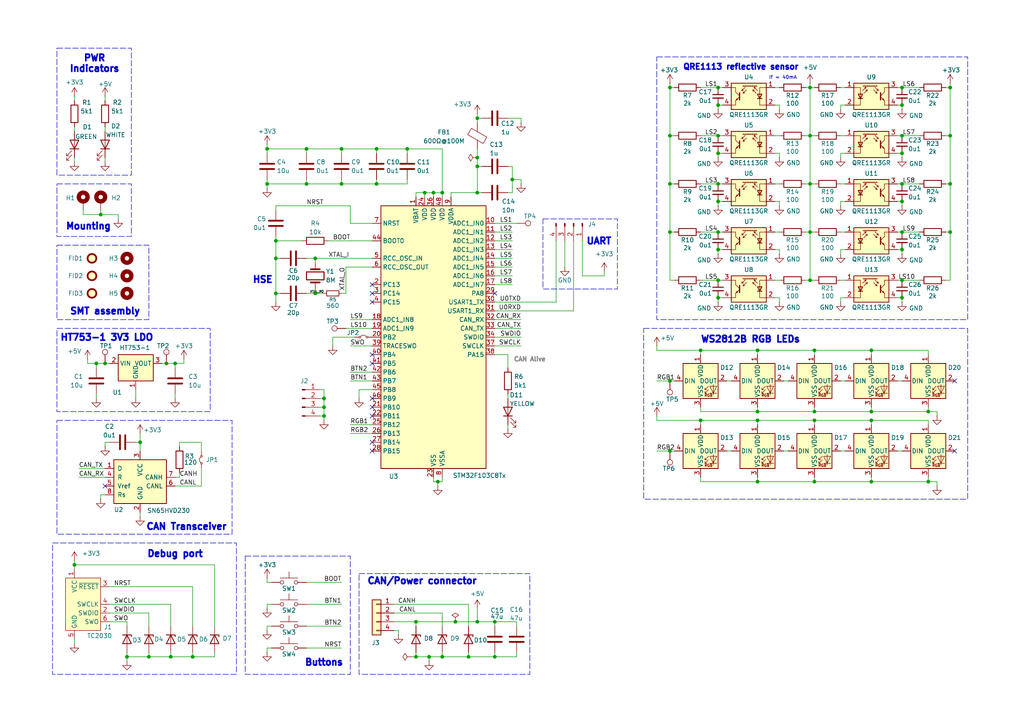
<source format=kicad_sch>
(kicad_sch (version 20250114) (generator "eeschema") (generator_version "9.0")
  (paper "A4")
  (title_block (title "MHADB Line sensor") (date "2026-01-09") (rev "01") (company "Mechadiabatik"))
  (rectangle (start 16.51 13.97) (end 38.1 50.8) (stroke (width 0) (type dash)))
  (rectangle (start 16.51 95.25) (end 60.96 119.38) (stroke (width 0) (type dash)))
  (rectangle (start 186.69 95.25) (end 280.67 144.78) (stroke (width 0) (type dash)))
  (rectangle (start 104.14 166.37) (end 153.67 195.58) (stroke (width 0) (type dash)))
  (rectangle (start 190.5 16.51) (end 280.67 92.71) (stroke (width 0) (type dash)))
  (rectangle (start 15.24 157.48) (end 68.58 195.58) (stroke (width 0) (type dash)))
  (rectangle (start 16.51 71.12) (end 43.18 92.71) (stroke (width 0) (type dash)))
  (rectangle (start 16.51 121.92) (end 67.31 154.94) (stroke (width 0) (type dash)))
  (rectangle (start 71.12 161.29) (end 101.6 195.58) (stroke (width 0) (type dash)))
  (rectangle (start 16.51 53.34) (end 38.1 68.58) (stroke (width 0) (type dash)))
  (rectangle (start 157.48 63.5) (end 179.07 83.82) (stroke (width 0) (type dash)))
  (text "CAN Transceiver" (at 54.102 152.908 0) (effects (font (size 1.905 1.905) (thickness 0.508) (bold yes))))
  (text "WS2812B RGB LEDs" (at 217.678 98.552 0) (effects (font (size 1.905 1.905) (thickness 0.508) (bold yes))))
  (text "Buttons" (at 93.98 192.278 0) (effects (font (size 1.905 1.905) (thickness 0.508) (bold yes))))
  (text "CAN Alive" (at 153.67 104.394 0) (effects (font (size 1.27 1.27) (thickness 0.508) (bold yes))))
  (text "If = 40mA" (at 227.076 22.606 0) (effects (font (size 1.016 1.016))))
  (text "UART" (at 173.736 70.104 0) (effects (font (size 1.905 1.905) (thickness 0.508) (bold yes))))
  (text "PWR\nIndicators" (at 27.432 18.542 0) (effects (font (size 1.905 1.905) (thickness 0.508) (bold yes))))
  (text "SMT assembly" (at 30.48 90.424 0) (effects (font (size 1.905 1.905) (thickness 0.508) (bold yes))))
  (text "QRE1113 reflective sensor" (at 214.884 19.558 0) (effects (font (size 1.651 1.651) (thickness 0.508) (bold yes))))
  (text "Mounting" (at 25.654 65.786 0) (effects (font (size 1.905 1.905) (thickness 0.508) (bold yes))))
  (text "HT753-1 3V3 LDO" (at 30.988 98.044 0) (effects (font (size 1.905 1.905) (thickness 0.508) (bold yes))))
  (text "Debug port" (at 50.8 160.782 0) (effects (font (size 1.905 1.905) (thickness 0.508) (bold yes))))
  (text "CAN/Power connector" (at 122.428 168.656 0) (effects (font (size 1.905 1.905) (thickness 0.508) (bold yes))))
  (text "HSE" (at 76.2 81.28 0) (effects (font (size 1.905 1.905) (thickness 0.508) (bold yes))))
  (junction (at 91.44 74.93))
  (junction (at 135.89 190.5))
  (junction (at 208.28 44.45))
  (junction (at 275.59 39.37))
  (junction (at 127 139.7))
  (junction (at 261.62 53.34))
  (junction (at 143.51 180.34))
  (junction (at 261.62 39.37))
  (junction (at 194.31 53.34))
  (junction (at 55.88 190.5))
  (junction (at 236.22 121.92))
  (junction (at 219.71 139.7))
  (junction (at 109.22 53.34))
  (junction (at 208.28 72.39))
  (junction (at 261.62 58.42))
  (junction (at 43.18 190.5))
  (junction (at 91.44 85.09))
  (junction (at 128.27 55.88))
  (junction (at 219.71 101.6))
  (junction (at 93.98 118.11))
  (junction (at 234.95 25.4))
  (junction (at 261.62 44.45))
  (junction (at 138.43 45.72))
  (junction (at 203.2 121.92))
  (junction (at 252.73 101.6))
  (junction (at 77.47 43.18))
  (junction (at 194.31 110.49))
  (junction (at 269.24 119.38))
  (junction (at 88.9 53.34))
  (junction (at 143.51 190.5))
  (junction (at 93.98 115.57))
  (junction (at 49.53 190.5))
  (junction (at 80.01 85.09))
  (junction (at 208.28 25.4))
  (junction (at 236.22 101.6))
  (junction (at 138.43 48.26))
  (junction (at 234.95 67.31))
  (junction (at 40.64 128.27))
  (junction (at 275.59 53.34))
  (junction (at 109.22 43.18))
  (junction (at 99.06 43.18))
  (junction (at 77.47 53.34))
  (junction (at 208.28 86.36))
  (junction (at 208.28 30.48))
  (junction (at 50.8 105.41))
  (junction (at 252.73 139.7))
  (junction (at 29.21 62.23))
  (junction (at 93.98 120.65))
  (junction (at 208.28 58.42))
  (junction (at 261.62 72.39))
  (junction (at 219.71 119.38))
  (junction (at 88.9 43.18))
  (junction (at 36.83 190.5))
  (junction (at 203.2 101.6))
  (junction (at 194.31 25.4))
  (junction (at 234.95 39.37))
  (junction (at 80.01 69.85))
  (junction (at 275.59 25.4))
  (junction (at 138.43 180.34))
  (junction (at 148.59 52.07))
  (junction (at 269.24 139.7))
  (junction (at 261.62 67.31))
  (junction (at 128.27 190.5))
  (junction (at 208.28 39.37))
  (junction (at 124.46 190.5))
  (junction (at 234.95 81.28))
  (junction (at 138.43 55.88))
  (junction (at 261.62 81.28))
  (junction (at 80.01 74.93))
  (junction (at 236.22 139.7))
  (junction (at 48.26 105.41))
  (junction (at 234.95 53.34))
  (junction (at 118.11 43.18))
  (junction (at 275.59 67.31))
  (junction (at 120.65 190.5))
  (junction (at 236.22 119.38))
  (junction (at 261.62 30.48))
  (junction (at 30.48 105.41))
  (junction (at 261.62 86.36))
  (junction (at 194.31 67.31))
  (junction (at 219.71 121.92))
  (junction (at 208.28 67.31))
  (junction (at 208.28 53.34))
  (junction (at 123.19 55.88))
  (junction (at 120.65 180.34))
  (junction (at 194.31 39.37))
  (junction (at 125.73 55.88))
  (junction (at 208.28 81.28))
  (junction (at 99.06 53.34))
  (junction (at 138.43 34.29))
  (junction (at 261.62 25.4))
  (junction (at 194.31 130.81))
  (junction (at 27.94 105.41))
  (junction (at 252.73 121.92))
  (junction (at 252.73 119.38))
  (junction (at 21.59 163.83))
  (junction (at 132.08 180.34))
  (no_connect (at 107.95 85.09))
  (no_connect (at 107.95 87.63))
  (no_connect (at 107.95 105.41))
  (no_connect (at 143.51 85.09))
  (no_connect (at 107.95 118.11))
  (no_connect (at 276.86 130.81))
  (no_connect (at 107.95 102.87))
  (no_connect (at 30.48 140.97))
  (no_connect (at 107.95 115.57))
  (no_connect (at 107.95 82.55))
  (no_connect (at 276.86 110.49))
  (no_connect (at 107.95 130.81))
  (no_connect (at 107.95 128.27))
  (no_connect (at 107.95 120.65))
  (wire (pts (xy 271.78 119.38) (xy 269.24 119.38)))
  (wire (pts (xy 245.11 67.31) (xy 243.84 67.31)))
  (wire (pts (xy 252.73 121.92) (xy 269.24 121.92)))
  (wire (pts (xy 36.83 190.5) (xy 43.18 190.5)))
  (wire (pts (xy 261.62 30.48) (xy 261.62 31.75)))
  (wire (pts (xy 261.62 53.34) (xy 260.35 53.34)))
  (wire (pts (xy 77.47 182.88) (xy 77.47 181.61)))
  (wire (pts (xy 21.59 185.42) (xy 21.59 186.69)))
  (wire (pts (xy 128.27 139.7) (xy 127 139.7)))
  (wire (pts (xy 275.59 67.31) (xy 274.32 67.31)))
  (wire (pts (xy 203.2 121.92) (xy 203.2 123.19)))
  (wire (pts (xy 234.95 25.4) (xy 234.95 24.13)))
  (wire (pts (xy 120.65 180.34) (xy 132.08 180.34)))
  (wire (pts (xy 252.73 139.7) (xy 269.24 139.7)))
  (wire (pts (xy 243.84 86.36) (xy 245.11 86.36)))
  (wire (pts (xy 271.78 119.38) (xy 271.78 120.65)))
  (wire (pts (xy 243.84 72.39) (xy 245.11 72.39)))
  (wire (pts (xy 31.75 105.41) (xy 30.48 105.41)))
  (wire (pts (xy 260.35 130.81) (xy 261.62 130.81)))
  (wire (pts (xy 275.59 67.31) (xy 275.59 81.28)))
  (wire (pts (xy 148.59 48.26) (xy 147.32 48.26)))
  (wire (pts (xy 233.68 25.4) (xy 234.95 25.4)))
  (wire (pts (xy 275.59 53.34) (xy 275.59 67.31)))
  (wire (pts (xy 21.59 46.99) (xy 21.59 45.72)))
  (wire (pts (xy 31.75 170.18) (xy 55.88 170.18)))
  (wire (pts (xy 99.06 52.07) (xy 99.06 53.34)))
  (wire (pts (xy 22.86 138.43) (xy 30.48 138.43)))
  (wire (pts (xy 99.06 43.18) (xy 109.22 43.18)))
  (wire (pts (xy 53.34 104.14) (xy 53.34 105.41)))
  (wire (pts (xy 21.59 162.56) (xy 21.59 163.83)))
  (wire (pts (xy 209.55 58.42) (xy 208.28 58.42)))
  (wire (pts (xy 30.48 128.27) (xy 30.48 129.54)))
  (wire (pts (xy 236.22 101.6) (xy 236.22 102.87)))
  (wire (pts (xy 226.06 30.48) (xy 226.06 31.75)))
  (wire (pts (xy 236.22 119.38) (xy 252.73 119.38)))
  (wire (pts (xy 275.59 39.37) (xy 274.32 39.37)))
  (wire (pts (xy 190.5 110.49) (xy 194.31 110.49)))
  (wire (pts (xy 245.11 81.28) (xy 243.84 81.28)))
  (wire (pts (xy 96.52 97.79) (xy 96.52 100.33)))
  (wire (pts (xy 194.31 81.28) (xy 195.58 81.28)))
  (wire (pts (xy 275.59 24.13) (xy 275.59 25.4)))
  (wire (pts (xy 88.9 175.26) (xy 99.06 175.26)))
  (wire (pts (xy 43.18 190.5) (xy 49.53 190.5)))
  (wire (pts (xy 80.01 68.58) (xy 80.01 69.85)))
  (wire (pts (xy 21.59 163.83) (xy 21.59 165.1)))
  (wire (pts (xy 168.91 80.01) (xy 168.91 69.85)))
  (wire (pts (xy 209.55 86.36) (xy 208.28 86.36)))
  (wire (pts (xy 46.99 105.41) (xy 48.26 105.41)))
  (wire (pts (xy 93.98 120.65) (xy 93.98 118.11)))
  (wire (pts (xy 245.11 53.34) (xy 243.84 53.34)))
  (wire (pts (xy 243.84 110.49) (xy 245.11 110.49)))
  (wire (pts (xy 139.7 55.88) (xy 138.43 55.88)))
  (wire (pts (xy 236.22 121.92) (xy 252.73 121.92)))
  (wire (pts (xy 77.47 43.18) (xy 77.47 44.45)))
  (wire (pts (xy 50.8 114.3) (xy 50.8 115.57)))
  (wire (pts (xy 125.73 55.88) (xy 123.19 55.88)))
  (wire (pts (xy 234.95 39.37) (xy 234.95 53.34)))
  (wire (pts (xy 147.32 102.87) (xy 143.51 102.87)))
  (wire (pts (xy 80.01 69.85) (xy 87.63 69.85)))
  (wire (pts (xy 138.43 48.26) (xy 139.7 48.26)))
  (wire (pts (xy 27.94 114.3) (xy 27.94 115.57)))
  (wire (pts (xy 151.13 100.33) (xy 143.51 100.33)))
  (wire (pts (xy 190.5 101.6) (xy 203.2 101.6)))
  (wire (pts (xy 261.62 25.4) (xy 260.35 25.4)))
  (wire (pts (xy 243.84 25.4) (xy 245.11 25.4)))
  (wire (pts (xy 91.44 74.93) (xy 107.95 74.93)))
  (wire (pts (xy 36.83 181.61) (xy 36.83 180.34)))
  (wire (pts (xy 261.62 44.45) (xy 261.62 45.72)))
  (wire (pts (xy 88.9 181.61) (xy 99.06 181.61)))
  (wire (pts (xy 99.06 53.34) (xy 109.22 53.34)))
  (wire (pts (xy 243.84 130.81) (xy 245.11 130.81)))
  (wire (pts (xy 125.73 139.7) (xy 125.73 138.43)))
  (wire (pts (xy 224.79 53.34) (xy 226.06 53.34)))
  (wire (pts (xy 62.23 190.5) (xy 62.23 189.23)))
  (wire (pts (xy 260.35 110.49) (xy 261.62 110.49)))
  (wire (pts (xy 100.33 77.47) (xy 107.95 77.47)))
  (wire (pts (xy 127 140.97) (xy 127 139.7)))
  (wire (pts (xy 25.4 105.41) (xy 27.94 105.41)))
  (wire (pts (xy 219.71 101.6) (xy 236.22 101.6)))
  (wire (pts (xy 243.84 30.48) (xy 245.11 30.48)))
  (wire (pts (xy 36.83 190.5) (xy 36.83 191.77)))
  (wire (pts (xy 190.5 130.81) (xy 194.31 130.81)))
  (wire (pts (xy 77.47 176.53) (xy 77.47 175.26)))
  (wire (pts (xy 149.86 189.23) (xy 149.86 190.5)))
  (wire (pts (xy 236.22 81.28) (xy 234.95 81.28)))
  (wire (pts (xy 261.62 67.31) (xy 260.35 67.31)))
  (wire (pts (xy 50.8 138.43) (xy 52.07 138.43)))
  (wire (pts (xy 269.24 101.6) (xy 269.24 102.87)))
  (wire (pts (xy 148.59 82.55) (xy 143.51 82.55)))
  (wire (pts (xy 123.19 57.15) (xy 123.19 55.88)))
  (wire (pts (xy 62.23 163.83) (xy 21.59 163.83)))
  (wire (pts (xy 143.51 180.34) (xy 149.86 180.34)))
  (wire (pts (xy 151.13 35.56) (xy 151.13 34.29)))
  (wire (pts (xy 261.62 81.28) (xy 260.35 81.28)))
  (wire (pts (xy 252.73 119.38) (xy 269.24 119.38)))
  (wire (pts (xy 77.47 53.34) (xy 88.9 53.34)))
  (wire (pts (xy 109.22 44.45) (xy 109.22 43.18)))
  (wire (pts (xy 29.21 143.51) (xy 29.21 144.78)))
  (wire (pts (xy 175.26 78.74) (xy 175.26 80.01)))
  (wire (pts (xy 55.88 190.5) (xy 55.88 189.23)))
  (wire (pts (xy 194.31 25.4) (xy 194.31 39.37)))
  (wire (pts (xy 50.8 140.97) (xy 58.42 140.97)))
  (wire (pts (xy 91.44 85.09) (xy 91.44 83.82)))
  (wire (pts (xy 52.07 128.27) (xy 52.07 129.54)))
  (wire (pts (xy 208.28 53.34) (xy 209.55 53.34)))
  (wire (pts (xy 31.75 128.27) (xy 30.48 128.27)))
  (wire (pts (xy 104.14 113.03) (xy 104.14 115.57)))
  (wire (pts (xy 118.11 43.18) (xy 118.11 44.45)))
  (wire (pts (xy 260.35 72.39) (xy 261.62 72.39)))
  (wire (pts (xy 226.06 44.45) (xy 224.79 44.45)))
  (wire (pts (xy 135.89 175.26) (xy 135.89 181.61)))
  (wire (pts (xy 190.5 120.65) (xy 190.5 121.92)))
  (wire (pts (xy 143.51 190.5) (xy 135.89 190.5)))
  (wire (pts (xy 102.87 97.79) (xy 96.52 97.79)))
  (wire (pts (xy 219.71 121.92) (xy 236.22 121.92)))
  (wire (pts (xy 143.51 87.63) (xy 161.29 87.63)))
  (wire (pts (xy 93.98 118.11) (xy 92.71 118.11)))
  (wire (pts (xy 226.06 58.42) (xy 226.06 59.69)))
  (wire (pts (xy 115.57 182.88) (xy 115.57 184.15)))
  (wire (pts (xy 252.73 123.19) (xy 252.73 121.92)))
  (wire (pts (xy 234.95 53.34) (xy 234.95 67.31)))
  (wire (pts (xy 115.57 182.88) (xy 114.3 182.88)))
  (wire (pts (xy 219.71 121.92) (xy 219.71 123.19)))
  (wire (pts (xy 261.62 58.42) (xy 261.62 59.69)))
  (wire (pts (xy 138.43 45.72) (xy 138.43 48.26)))
  (wire (pts (xy 149.86 180.34) (xy 149.86 181.61)))
  (wire (pts (xy 148.59 48.26) (xy 148.59 52.07)))
  (wire (pts (xy 80.01 59.69) (xy 101.6 59.69)))
  (wire (pts (xy 143.51 90.17) (xy 166.37 90.17)))
  (wire (pts (xy 88.9 43.18) (xy 88.9 44.45)))
  (wire (pts (xy 203.2 25.4) (xy 208.28 25.4)))
  (wire (pts (xy 124.46 190.5) (xy 128.27 190.5)))
  (wire (pts (xy 226.06 86.36) (xy 224.79 86.36)))
  (wire (pts (xy 100.33 95.25) (xy 107.95 95.25)))
  (wire (pts (xy 148.59 52.07) (xy 148.59 55.88)))
  (wire (pts (xy 43.18 177.8) (xy 43.18 181.61)))
  (wire (pts (xy 266.7 53.34) (xy 261.62 53.34)))
  (wire (pts (xy 243.84 72.39) (xy 243.84 73.66)))
  (wire (pts (xy 138.43 176.53) (xy 138.43 180.34)))
  (wire (pts (xy 125.73 55.88) (xy 125.73 57.15)))
  (wire (pts (xy 101.6 110.49) (xy 107.95 110.49)))
  (wire (pts (xy 166.37 69.85) (xy 166.37 90.17)))
  (wire (pts (xy 194.31 110.49) (xy 195.58 110.49)))
  (wire (pts (xy 101.6 64.77) (xy 101.6 59.69)))
  (wire (pts (xy 120.65 55.88) (xy 120.65 57.15)))
  (wire (pts (xy 275.59 25.4) (xy 274.32 25.4)))
  (wire (pts (xy 128.27 190.5) (xy 135.89 190.5)))
  (wire (pts (xy 163.83 69.85) (xy 163.83 77.47)))
  (wire (pts (xy 40.64 128.27) (xy 40.64 130.81)))
  (wire (pts (xy 93.98 115.57) (xy 92.71 115.57)))
  (wire (pts (xy 138.43 34.29) (xy 139.7 34.29)))
  (wire (pts (xy 100.33 85.09) (xy 99.06 85.09)))
  (wire (pts (xy 78.74 168.91) (xy 77.47 168.91)))
  (wire (pts (xy 30.48 46.99) (xy 30.48 45.72)))
  (wire (pts (xy 252.73 118.11) (xy 252.73 119.38)))
  (wire (pts (xy 194.31 67.31) (xy 194.31 81.28)))
  (wire (pts (xy 203.2 119.38) (xy 219.71 119.38)))
  (wire (pts (xy 224.79 67.31) (xy 226.06 67.31)))
  (wire (pts (xy 194.31 53.34) (xy 195.58 53.34)))
  (wire (pts (xy 147.32 106.68) (xy 147.32 102.87)))
  (wire (pts (xy 203.2 53.34) (xy 208.28 53.34)))
  (wire (pts (xy 275.59 81.28) (xy 274.32 81.28)))
  (wire (pts (xy 148.59 74.93) (xy 143.51 74.93)))
  (wire (pts (xy 243.84 58.42) (xy 245.11 58.42)))
  (wire (pts (xy 243.84 86.36) (xy 243.84 87.63)))
  (wire (pts (xy 226.06 58.42) (xy 224.79 58.42)))
  (wire (pts (xy 236.22 138.43) (xy 236.22 139.7)))
  (wire (pts (xy 88.9 85.09) (xy 91.44 85.09)))
  (wire (pts (xy 21.59 38.1) (xy 21.59 36.83)))
  (wire (pts (xy 203.2 67.31) (xy 208.28 67.31)))
  (wire (pts (xy 119.38 190.5) (xy 120.65 190.5)))
  (wire (pts (xy 135.89 190.5) (xy 135.89 189.23)))
  (wire (pts (xy 208.28 67.31) (xy 209.55 67.31)))
  (wire (pts (xy 266.7 67.31) (xy 261.62 67.31)))
  (wire (pts (xy 208.28 72.39) (xy 208.28 73.66)))
  (wire (pts (xy 93.98 120.65) (xy 92.71 120.65)))
  (wire (pts (xy 118.11 53.34) (xy 118.11 52.07)))
  (wire (pts (xy 31.75 180.34) (xy 36.83 180.34)))
  (wire (pts (xy 243.84 30.48) (xy 243.84 31.75)))
  (wire (pts (xy 88.9 53.34) (xy 99.06 53.34)))
  (wire (pts (xy 77.47 41.91) (xy 77.47 43.18)))
  (wire (pts (xy 203.2 101.6) (xy 219.71 101.6)))
  (wire (pts (xy 124.46 190.5) (xy 120.65 190.5)))
  (wire (pts (xy 234.95 25.4) (xy 234.95 39.37)))
  (wire (pts (xy 226.06 72.39) (xy 226.06 73.66)))
  (wire (pts (xy 88.9 74.93) (xy 91.44 74.93)))
  (wire (pts (xy 93.98 121.92) (xy 93.98 120.65)))
  (wire (pts (xy 39.37 113.03) (xy 39.37 115.57)))
  (wire (pts (xy 25.4 104.14) (xy 25.4 105.41)))
  (wire (pts (xy 130.81 55.88) (xy 138.43 55.88)))
  (wire (pts (xy 210.82 110.49) (xy 212.09 110.49)))
  (wire (pts (xy 261.62 86.36) (xy 261.62 87.63)))
  (wire (pts (xy 149.86 64.77) (xy 143.51 64.77)))
  (wire (pts (xy 128.27 43.18) (xy 118.11 43.18)))
  (wire (pts (xy 101.6 92.71) (xy 107.95 92.71)))
  (wire (pts (xy 260.35 30.48) (xy 261.62 30.48)))
  (wire (pts (xy 209.55 30.48) (xy 208.28 30.48)))
  (wire (pts (xy 88.9 52.07) (xy 88.9 53.34)))
  (wire (pts (xy 138.43 48.26) (xy 138.43 55.88)))
  (wire (pts (xy 120.65 180.34) (xy 114.3 180.34)))
  (wire (pts (xy 236.22 139.7) (xy 252.73 139.7)))
  (wire (pts (xy 275.59 53.34) (xy 274.32 53.34)))
  (wire (pts (xy 151.13 97.79) (xy 143.51 97.79)))
  (wire (pts (xy 245.11 39.37) (xy 243.84 39.37)))
  (wire (pts (xy 93.98 115.57) (xy 93.98 113.03)))
  (wire (pts (xy 132.08 180.34) (xy 138.43 180.34)))
  (wire (pts (xy 236.22 121.92) (xy 236.22 123.19)))
  (wire (pts (xy 148.59 77.47) (xy 143.51 77.47)))
  (wire (pts (xy 203.2 121.92) (xy 219.71 121.92)))
  (wire (pts (xy 138.43 180.34) (xy 143.51 180.34)))
  (wire (pts (xy 226.06 72.39) (xy 224.79 72.39)))
  (wire (pts (xy 260.35 44.45) (xy 261.62 44.45)))
  (wire (pts (xy 55.88 190.5) (xy 62.23 190.5)))
  (wire (pts (xy 219.71 138.43) (xy 219.71 139.7)))
  (wire (pts (xy 114.3 177.8) (xy 128.27 177.8)))
  (wire (pts (xy 194.31 39.37) (xy 194.31 53.34)))
  (wire (pts (xy 224.79 39.37) (xy 226.06 39.37)))
  (wire (pts (xy 109.22 53.34) (xy 118.11 53.34)))
  (wire (pts (xy 101.6 64.77) (xy 107.95 64.77)))
  (wire (pts (xy 219.71 101.6) (xy 219.71 102.87)))
  (wire (pts (xy 190.5 121.92) (xy 203.2 121.92)))
  (wire (pts (xy 130.81 57.15) (xy 130.81 55.88)))
  (wire (pts (xy 203.2 101.6) (xy 203.2 102.87)))
  (wire (pts (xy 143.51 189.23) (xy 143.51 190.5)))
  (wire (pts (xy 194.31 25.4) (xy 195.58 25.4)))
  (wire (pts (xy 143.51 180.34) (xy 143.51 181.61)))
  (wire (pts (xy 80.01 85.09) (xy 80.01 87.63)))
  (wire (pts (xy 29.21 62.23) (xy 34.29 62.23)))
  (wire (pts (xy 58.42 130.81) (xy 58.42 128.27)))
  (wire (pts (xy 100.33 77.47) (xy 100.33 85.09)))
  (wire (pts (xy 203.2 139.7) (xy 219.71 139.7)))
  (wire (pts (xy 120.65 180.34) (xy 120.65 181.61)))
  (wire (pts (xy 236.22 101.6) (xy 252.73 101.6)))
  (wire (pts (xy 275.59 39.37) (xy 275.59 53.34)))
  (wire (pts (xy 209.55 44.45) (xy 208.28 44.45)))
  (wire (pts (xy 271.78 139.7) (xy 269.24 139.7)))
  (wire (pts (xy 52.07 137.16) (xy 52.07 138.43)))
  (wire (pts (xy 227.33 110.49) (xy 228.6 110.49)))
  (wire (pts (xy 101.6 107.95) (xy 107.95 107.95)))
  (wire (pts (xy 80.01 69.85) (xy 80.01 74.93)))
  (wire (pts (xy 147.32 115.57) (xy 147.32 114.3)))
  (wire (pts (xy 147.32 123.19) (xy 147.32 124.46)))
  (wire (pts (xy 226.06 25.4) (xy 224.79 25.4)))
  (wire (pts (xy 80.01 85.09) (xy 81.28 85.09)))
  (wire (pts (xy 226.06 30.48) (xy 224.79 30.48)))
  (wire (pts (xy 22.86 135.89) (xy 30.48 135.89)))
  (wire (pts (xy 219.71 139.7) (xy 236.22 139.7)))
  (wire (pts (xy 50.8 106.68) (xy 50.8 105.41)))
  (wire (pts (xy 77.47 43.18) (xy 88.9 43.18)))
  (wire (pts (xy 77.47 168.91) (xy 77.47 167.64)))
  (wire (pts (xy 80.01 74.93) (xy 81.28 74.93)))
  (wire (pts (xy 30.48 38.1) (xy 30.48 36.83)))
  (wire (pts (xy 49.53 190.5) (xy 55.88 190.5)))
  (wire (pts (xy 91.44 74.93) (xy 91.44 76.2)))
  (wire (pts (xy 77.47 187.96) (xy 78.74 187.96)))
  (wire (pts (xy 208.28 39.37) (xy 209.55 39.37)))
  (wire (pts (xy 24.13 62.23) (xy 24.13 60.96)))
  (wire (pts (xy 260.35 86.36) (xy 261.62 86.36)))
  (wire (pts (xy 49.53 189.23) (xy 49.53 190.5)))
  (wire (pts (xy 124.46 190.5) (xy 124.46 191.77)))
  (wire (pts (xy 55.88 170.18) (xy 55.88 181.61)))
  (wire (pts (xy 151.13 52.07) (xy 151.13 53.34)))
  (wire (pts (xy 88.9 168.91) (xy 99.06 168.91)))
  (wire (pts (xy 269.24 139.7) (xy 269.24 138.43)))
  (wire (pts (xy 138.43 33.02) (xy 138.43 34.29)))
  (wire (pts (xy 138.43 43.18) (xy 138.43 45.72)))
  (wire (pts (xy 269.24 121.92) (xy 269.24 123.19)))
  (wire (pts (xy 219.71 119.38) (xy 236.22 119.38)))
  (wire (pts (xy 58.42 140.97) (xy 58.42 135.89)))
  (wire (pts (xy 233.68 67.31) (xy 234.95 67.31)))
  (wire (pts (xy 151.13 34.29) (xy 147.32 34.29)))
  (wire (pts (xy 203.2 118.11) (xy 203.2 119.38)))
  (wire (pts (xy 29.21 62.23) (xy 29.21 60.96)))
  (wire (pts (xy 271.78 139.7) (xy 271.78 140.97)))
  (wire (pts (xy 234.95 67.31) (xy 234.95 81.28)))
  (wire (pts (xy 101.6 123.19) (xy 107.95 123.19)))
  (wire (pts (xy 203.2 81.28) (xy 208.28 81.28)))
  (wire (pts (xy 236.22 67.31) (xy 234.95 67.31)))
  (wire (pts (xy 243.84 44.45) (xy 245.11 44.45)))
  (wire (pts (xy 148.59 67.31) (xy 143.51 67.31)))
  (wire (pts (xy 175.26 80.01) (xy 168.91 80.01)))
  (wire (pts (xy 93.98 85.09) (xy 91.44 85.09)))
  (wire (pts (xy 266.7 81.28) (xy 261.62 81.28)))
  (wire (pts (xy 243.84 58.42) (xy 243.84 59.69)))
  (wire (pts (xy 127 139.7) (xy 125.73 139.7)))
  (wire (pts (xy 77.47 53.34) (xy 77.47 52.07)))
  (wire (pts (xy 209.55 72.39) (xy 208.28 72.39)))
  (wire (pts (xy 40.64 148.59) (xy 40.64 149.86)))
  (wire (pts (xy 243.84 44.45) (xy 243.84 45.72)))
  (wire (pts (xy 107.95 113.03) (xy 104.14 113.03)))
  (wire (pts (xy 219.71 118.11) (xy 219.71 119.38)))
  (wire (pts (xy 269.24 119.38) (xy 269.24 118.11)))
  (wire (pts (xy 128.27 189.23) (xy 128.27 190.5)))
  (wire (pts (xy 93.98 118.11) (xy 93.98 115.57)))
  (wire (pts (xy 36.83 189.23) (xy 36.83 190.5)))
  (wire (pts (xy 252.73 101.6) (xy 269.24 101.6)))
  (wire (pts (xy 62.23 181.61) (xy 62.23 163.83)))
  (wire (pts (xy 208.28 25.4) (xy 209.55 25.4)))
  (wire (pts (xy 30.48 105.41) (xy 27.94 105.41)))
  (wire (pts (xy 39.37 128.27) (xy 40.64 128.27)))
  (wire (pts (xy 148.59 52.07) (xy 151.13 52.07)))
  (wire (pts (xy 208.28 58.42) (xy 208.28 59.69)))
  (wire (pts (xy 125.73 55.88) (xy 128.27 55.88)))
  (wire (pts (xy 88.9 187.96) (xy 99.06 187.96)))
  (wire (pts (xy 34.29 62.23) (xy 34.29 63.5)))
  (wire (pts (xy 236.22 118.11) (xy 236.22 119.38)))
  (wire (pts (xy 80.01 59.69) (xy 80.01 60.96)))
  (wire (pts (xy 123.19 55.88) (xy 120.65 55.88)))
  (wire (pts (xy 151.13 95.25) (xy 143.51 95.25)))
  (wire (pts (xy 48.26 105.41) (xy 50.8 105.41)))
  (wire (pts (xy 194.31 67.31) (xy 195.58 67.31)))
  (wire (pts (xy 147.32 55.88) (xy 148.59 55.88)))
  (wire (pts (xy 266.7 39.37) (xy 261.62 39.37)))
  (wire (pts (xy 194.31 53.34) (xy 194.31 67.31)))
  (wire (pts (xy 128.27 57.15) (xy 128.27 55.88)))
  (wire (pts (xy 208.28 30.48) (xy 208.28 31.75)))
  (wire (pts (xy 266.7 25.4) (xy 261.62 25.4)))
  (wire (pts (xy 29.21 143.51) (xy 30.48 143.51)))
  (wire (pts (xy 226.06 44.45) (xy 226.06 45.72)))
  (wire (pts (xy 275.59 25.4) (xy 275.59 39.37)))
  (wire (pts (xy 208.28 86.36) (xy 208.28 87.63)))
  (wire (pts (xy 128.27 138.43) (xy 128.27 139.7)))
  (wire (pts (xy 261.62 72.39) (xy 261.62 73.66)))
  (wire (pts (xy 118.11 43.18) (xy 109.22 43.18)))
  (wire (pts (xy 148.59 69.85) (xy 143.51 69.85)))
  (wire (pts (xy 95.25 69.85) (xy 107.95 69.85)))
  (wire (pts (xy 148.59 80.01) (xy 143.51 80.01)))
  (wire (pts (xy 226.06 86.36) (xy 226.06 87.63)))
  (wire (pts (xy 148.59 72.39) (xy 143.51 72.39)))
  (wire (pts (xy 203.2 39.37) (xy 208.28 39.37)))
  (wire (pts (xy 236.22 39.37) (xy 234.95 39.37)))
  (wire (pts (xy 194.31 130.81) (xy 195.58 130.81)))
  (wire (pts (xy 101.6 125.73) (xy 107.95 125.73)))
  (wire (pts (xy 27.94 105.41) (xy 27.94 106.68)))
  (wire (pts (xy 40.64 125.73) (xy 40.64 128.27)))
  (wire (pts (xy 58.42 128.27) (xy 52.07 128.27)))
  (wire (pts (xy 161.29 69.85) (xy 161.29 87.63)))
  (wire (pts (xy 114.3 175.26) (xy 135.89 175.26)))
  (wire (pts (xy 43.18 189.23) (xy 43.18 190.5)))
  (wire (pts (xy 190.5 100.33) (xy 190.5 101.6)))
  (wire (pts (xy 208.28 81.28) (xy 209.55 81.28)))
  (wire (pts (xy 261.62 39.37) (xy 260.35 39.37)))
  (wire (pts (xy 80.01 74.93) (xy 80.01 85.09)))
  (wire (pts (xy 233.68 53.34) (xy 234.95 53.34)))
  (wire (pts (xy 77.47 189.23) (xy 77.47 187.96)))
  (wire (pts (xy 194.31 24.13) (xy 194.31 25.4)))
  (wire (pts (xy 210.82 130.81) (xy 212.09 130.81)))
  (wire (pts (xy 224.79 81.28) (xy 226.06 81.28)))
  (wire (pts (xy 77.47 54.61) (xy 77.47 53.34)))
  (wire (pts (xy 138.43 34.29) (xy 138.43 35.56)))
  (wire (pts (xy 208.28 44.45) (xy 208.28 45.72)))
  (wire (pts (xy 151.13 92.71) (xy 143.51 92.71)))
  (wire (pts (xy 53.34 105.41) (xy 50.8 105.41)))
  (wire (pts (xy 252.73 138.43) (xy 252.73 139.7)))
  (wire (pts (xy 24.13 62.23) (xy 29.21 62.23)))
  (wire (pts (xy 227.33 130.81) (xy 228.6 130.81)))
  (wire (pts (xy 49.53 181.61) (xy 49.53 175.26)))
  (wire (pts (xy 128.27 181.61) (xy 128.27 177.8)))
  (wire (pts (xy 149.86 190.5) (xy 143.51 190.5)))
  (wire (pts (xy 77.47 175.26) (xy 78.74 175.26)))
  (wire (pts (xy 203.2 138.43) (xy 203.2 139.7)))
  (wire (pts (xy 128.27 43.18) (xy 128.27 55.88)))
  (wire (pts (xy 236.22 25.4) (xy 234.95 25.4)))
  (wire (pts (xy 99.06 43.18) (xy 99.06 44.45)))
  (wire (pts (xy 194.31 39.37) (xy 195.58 39.37)))
  (wire (pts (xy 31.75 177.8) (xy 43.18 177.8)))
  (wire (pts (xy 233.68 39.37) (xy 234.95 39.37)))
  (wire (pts (xy 260.35 58.42) (xy 261.62 58.42)))
  (wire (pts (xy 77.47 181.61) (xy 78.74 181.61)))
  (wire (pts (xy 93.98 113.03) (xy 92.71 113.03)))
  (wire (pts (xy 30.48 27.94) (xy 30.48 29.21)))
  (wire (pts (xy 252.73 102.87) (xy 252.73 101.6)))
  (wire (pts (xy 233.68 81.28) (xy 234.95 81.28)))
  (wire (pts (xy 101.6 100.33) (xy 107.95 100.33)))
  (wire (pts (xy 88.9 43.18) (xy 99.06 43.18)))
  (wire (pts (xy 120.65 189.23) (xy 120.65 190.5)))
  (wire (pts (xy 109.22 52.07) (xy 109.22 53.34)))
  (wire (pts (xy 236.22 53.34) (xy 234.95 53.34)))
  (wire (pts (xy 31.75 175.26) (xy 49.53 175.26)))
  (wire (pts (xy 21.59 27.94) (xy 21.59 29.21)))
  (label "LS6" (at 148.59 77.47 180))
  (label "RGB1" (at 101.6 123.19 0))
  (label "LS5" (at 204.47 81.28 0))
  (label "RGB2" (at 101.6 125.73 0))
  (label "LS1" (at 148.59 64.77 180))
  (label "CAN_TX" (at 22.86 135.89 0))
  (label "XTAL_O" (at 100.33 77.47 270))
  (label "LS5" (at 148.59 74.93 180))
  (label "CAN_RX" (at 151.13 92.71 180))
  (label "CAN_RX" (at 22.86 138.43 0))
  (label "NRST" (at 33.02 170.18 0))
  (label "LS3" (at 148.59 69.85 180))
  (label "BTN1" (at 101.6 110.49 0))
  (label "XTAL_I" (at 95.25 74.93 0))
  (label "LS1" (at 204.47 25.4 0))
  (label "SWDIO" (at 33.02 177.8 0))
  (label "LS6" (at 265.43 25.4 180))
  (label "CANL" (at 52.07 140.97 0))
  (label "CANH" (at 52.07 138.43 0))
  (label "BTN2" (at 99.06 181.61 180))
  (label "BOOT" (at 99.06 168.91 180))
  (label "BTN2" (at 101.6 107.95 0))
  (label "SWCLK" (at 151.13 100.33 180))
  (label "SWO" (at 101.6 100.33 0))
  (label "CANH" (at 120.65 175.26 180))
  (label "NRST" (at 99.06 187.96 180))
  (label "LS2" (at 148.59 67.31 180))
  (label "SWCLK" (at 33.02 175.26 0))
  (label "LS4" (at 148.59 72.39 180))
  (label "LS9" (at 265.43 67.31 180))
  (label "SWO" (at 33.02 180.34 0))
  (label "LS10" (at 101.6 95.25 0))
  (label "SWDIO" (at 151.13 97.79 180))
  (label "LS10" (at 265.43 81.28 180))
  (label "NRST" (at 88.9 59.69 0))
  (label "LS2" (at 204.47 39.37 0))
  (label "LS3" (at 204.47 53.34 0))
  (label "CANL" (at 120.65 177.8 180))
  (label "XTAL_RO" (at 93.98 85.09 180) (effects (font (size 0.635 0.635))))
  (label "RGB1" (at 190.5 110.49 0))
  (label "LS7" (at 265.43 39.37 180))
  (label "LS4" (at 204.47 67.31 0))
  (label "LS7" (at 148.59 80.01 180))
  (label "LS8" (at 265.43 53.34 180))
  (label "LS8" (at 148.59 82.55 180))
  (label "U0RXD" (at 151.13 90.17 180))
  (label "BTN1" (at 99.06 175.26 180))
  (label "CAN_TX" (at 151.13 95.25 180))
  (label "U0TXD" (at 151.13 87.63 180))
  (label "RGB2" (at 190.5 130.81 0))
  (label "LS9" (at 101.6 92.71 0))
  (label "BOOT" (at 96.52 69.85 0))
  (symbol (lib_id "power:GND") (at 29.21 144.78 0) (unit 1)
    (property "Reference" "#PWR07" (effects (hide yes)))
    (property "Value" "GND" (effects (hide yes)))
    (property "Description" "Power symbol creates a global label with name \"GND\" , ground" (effects (hide yes)))
  )
  (symbol (lib_id "Mechanical:MountingHole") (at 36.83 85.09 0) (mirror y) (unit 1) (in_bom no) (on_board no)
    (property "Reference" "H5" (at 34.29 85.0899 0) (effects (justify left)))
    (property "Value" "MountingHole" (effects (hide yes)))
    (property "Footprint" "MountingHole:ToolingHole_1.152mm" (effects (hide yes)))
    (property "Description" "Mounting Hole without connection" (effects (hide yes)))
  )
  (symbol (lib_id "LED:WS2812B") (at 252.73 130.81 0) (unit 1)
    (property "Reference" "D19" (at 260.35 126.9298 0))
    (property "Value" "WS2812B" (effects (hide yes)))
    (property "Footprint" "LED_SMD:LED_WS2812B_PLCC4_5.0x5.0mm_P3.2mm" (effects (hide yes)))
    (property "Datasheet" "https://cdn-shop.adafruit.com/datasheets/WS2812B.pdf" (effects (hide yes)))
    (property "Description" "RGB LED with integrated controller" (effects (hide yes)))
    (property "Basic" "Z" (effects (hide yes)))
    (property "JLCPCB Part #" "C2874885" (effects (hide yes)))
    (property "Manufacturer" "Worldsemi" (effects (hide yes)))
    (property "Manufacturer Part Number" "WS2812B-V5/W" (effects (hide yes)))
  )
  (symbol (lib_id "Device:C") (at 77.47 48.26 0) (unit 1)
    (property "Reference" "C4" (at 80.264 46.99 0) (effects (justify left)))
    (property "Value" "10u" (at 80.264 49.53 0) (effects (justify left)))
    (property "Footprint" "Capacitor_SMD:C_0805_2012Metric" (effects (hide yes)))
    (property "Description" "Unpolarized capacitor" (effects (hide yes)))
    (property "Basic" "Y" (effects (hide yes)))
    (property "JLCPCB Part #" "C440198" (effects (hide yes)))
    (property "Manufacturer" "Murata" (effects (hide yes)))
    (property "Manufacturer Part Number" "GRM21BR61H106KE43L" (effects (hide yes)))
  )
  (symbol (lib_id "Device:R") (at 199.39 39.37 90) (unit 1)
    (property "Reference" "R8" (at 199.39 41.656 90))
    (property "Value" "2k" (at 199.39 43.942 90))
    (property "Footprint" "Resistor_SMD:R_0603_1608Metric" (effects (hide yes)))
    (property "Description" "Resistor" (effects (hide yes)))
    (property "Basic" "Y" (effects (hide yes)))
    (property "JLCPCB Part #" "C4190" (effects (hide yes)))
    (property "Manufacturer" "Uniroyal Elec" (effects (hide yes)))
    (property "Manufacturer Part Number" "0603WAF2201T5E" (effects (hide yes)))
  )
  (symbol (lib_id "power:GND") (at 243.84 87.63 0) (mirror y) (unit 1)
    (property "Reference" "#PWR056" (effects (hide yes)))
    (property "Value" "GND" (at 239.776 89.154 0))
    (property "Description" "Power symbol creates a global label with name \"GND\" , ground" (effects (hide yes)))
  )
  (symbol (lib_id "power:GND") (at 39.37 115.57 0) (unit 1)
    (property "Reference" "#PWR013" (effects (hide yes)))
    (property "Value" "GND" (effects (hide yes)))
    (property "Description" "Power symbol creates a global label with name \"GND\" , ground" (effects (hide yes)))
  )
  (symbol (lib_id "Device:R") (at 199.39 81.28 90) (unit 1)
    (property "Reference" "R11" (at 199.39 83.566 90))
    (property "Value" "2k" (at 199.39 85.852 90))
    (property "Footprint" "Resistor_SMD:R_0603_1608Metric" (effects (hide yes)))
    (property "Description" "Resistor" (effects (hide yes)))
    (property "Basic" "Y" (effects (hide yes)))
    (property "JLCPCB Part #" "C4190" (effects (hide yes)))
    (property "Manufacturer" "Uniroyal Elec" (effects (hide yes)))
    (property "Manufacturer Part Number" "0603WAF2201T5E" (effects (hide yes)))
  )
  (symbol (lib_id "LED:WS2812B") (at 236.22 130.81 0) (unit 1)
    (property "Reference" "D17" (at 243.84 126.9298 0))
    (property "Value" "WS2812B" (effects (hide yes)))
    (property "Footprint" "LED_SMD:LED_WS2812B_PLCC4_5.0x5.0mm_P3.2mm" (effects (hide yes)))
    (property "Datasheet" "https://cdn-shop.adafruit.com/datasheets/WS2812B.pdf" (effects (hide yes)))
    (property "Description" "RGB LED with integrated controller" (effects (hide yes)))
    (property "Basic" "Z" (effects (hide yes)))
    (property "JLCPCB Part #" "C2874885" (effects (hide yes)))
    (property "Manufacturer" "Worldsemi" (effects (hide yes)))
    (property "Manufacturer Part Number" "WS2812B-V5/W" (effects (hide yes)))
  )
  (symbol (lib_id "power:GND") (at 77.47 182.88 0) (unit 1)
    (property "Reference" "#PWR022" (effects (hide yes)))
    (property "Value" "GND" (effects (hide yes)))
    (property "Description" "Power symbol creates a global label with name \"GND\" , ground" (effects (hide yes)))
  )
  (symbol (lib_id "power:GND") (at 124.46 191.77 0) (unit 1)
    (property "Reference" "#PWR029" (effects (hide yes)))
    (property "Value" "GND" (effects (hide yes)))
    (property "Description" "Power symbol creates a global label with name \"GND\" , ground" (effects (hide yes)))
  )
  (symbol (lib_id "Device:R") (at 147.32 110.49 0) (unit 1)
    (property "Reference" "R6" (at 149.098 109.22 0) (effects (justify left)))
    (property "Value" "5k1" (at 149.098 111.76 0) (effects (justify left)))
    (property "Footprint" "Resistor_SMD:R_0402_1005Metric" (effects (hide yes)))
    (property "Description" "Resistor" (effects (hide yes)))
    (property "Manufacturer" "Uniroyal Elec" (effects (hide yes)))
    (property "Manufacturer Part Number" "0402WGF5101TCE" (effects (hide yes)))
    (property "Basic" "Y" (effects (hide yes)))
    (property "JLCPCB Part #" "C25905" (effects (hide yes)))
  )
  (symbol (lib_id "Device:R") (at 52.07 133.35 0) (mirror x) (unit 1)
    (property "Reference" "R3" (at 53.594 132.334 0) (effects (justify left)))
    (property "Value" "120" (at 53.34 134.112 0) (effects (justify left)))
    (property "Footprint" "Resistor_SMD:R_1206_3216Metric" (effects (hide yes)))
    (property "Description" "Resistor" (effects (hide yes)))
    (property "Basic" "Y" (effects (hide yes)))
    (property "JLCPCB Part #" "C17909" (effects (hide yes)))
    (property "Manufacturer" "Uniroyal Elec" (effects (hide yes)))
    (property "Manufacturer Part Number" "1206W4F1200T5E" (effects (hide yes)))
  )
  (symbol (lib_id "Device:C_Small") (at 208.28 27.94 0) (mirror y) (unit 1)
    (property "Reference" "C17" (at 206.502 26.67 0) (effects (justify left)))
    (property "Value" "0u1" (at 206.502 29.21 0) (effects (justify left)))
    (property "Footprint" "Capacitor_SMD:C_0402_1005Metric" (effects (hide yes)))
    (property "Description" "Unpolarized capacitor, small symbol" (effects (hide yes)))
    (property "Basic" "Y" (effects (hide yes)))
    (property "JLCPCB Part #" "C307331" (effects (hide yes)))
    (property "Manufacturer" "Samsung Electro-Mechanics " (effects (hide yes)))
    (property "Manufacturer Part Number" "CL05B104KB54PNC" (effects (hide yes)))
  )
  (symbol (lib_id "power:GND") (at 104.14 115.57 0) (unit 1)
    (property "Reference" "#PWR027" (effects (hide yes)))
    (property "Value" "GND" (effects (hide yes)))
    (property "Description" "Power symbol creates a global label with name \"GND\" , ground" (effects (hide yes)))
  )
  (symbol (lib_id "Device:C_Small") (at 261.62 83.82 0) (unit 1)
    (property "Reference" "C26" (at 263.398 82.55 0) (effects (justify left)))
    (property "Value" "0u1" (at 263.398 85.09 0) (effects (justify left)))
    (property "Footprint" "Capacitor_SMD:C_0402_1005Metric" (effects (hide yes)))
    (property "Description" "Unpolarized capacitor, small symbol" (effects (hide yes)))
    (property "Basic" "Y" (effects (hide yes)))
    (property "JLCPCB Part #" "C307331" (effects (hide yes)))
    (property "Manufacturer" "Samsung Electro-Mechanics " (effects (hide yes)))
    (property "Manufacturer Part Number" "CL05B104KB54PNC" (effects (hide yes)))
  )
  (symbol (lib_id "power:GND") (at 243.84 59.69 0) (mirror y) (unit 1)
    (property "Reference" "#PWR054" (effects (hide yes)))
    (property "Value" "GND" (at 239.776 61.214 0))
    (property "Description" "Power symbol creates a global label with name \"GND\" , ground" (effects (hide yes)))
  )
  (symbol (lib_id "power:+5V") (at 190.5 120.65 0) (unit 1)
    (property "Reference" "#PWR039" (effects (hide yes)))
    (property "Value" "+5V" (at 190.5 117.094 0))
    (property "Description" "Power symbol creates a global label with name \"+5V\"" (effects (hide yes)))
  )
  (symbol (lib_id "Device:R") (at 91.44 69.85 90) (mirror x) (unit 1)
    (property "Reference" "R4" (at 91.44 64.77 90))
    (property "Value" "10k" (at 91.44 67.31 90))
    (property "Footprint" "Resistor_SMD:R_0402_1005Metric" (effects (hide yes)))
    (property "Description" "Resistor" (effects (hide yes)))
    (property "Basic" "Y" (effects (hide yes)))
    (property "JLCPCB Part #" "C25744" (effects (hide yes)))
    (property "Manufacturer" "Uniroyal Elec" (effects (hide yes)))
    (property "Manufacturer Part Number" "0402WGF1002TCE" (effects (hide yes)))
  )
  (symbol (lib_id "power:GND") (at 243.84 45.72 0) (mirror y) (unit 1)
    (property "Reference" "#PWR053" (effects (hide yes)))
    (property "Value" "GND" (at 239.776 47.244 0))
    (property "Description" "Power symbol creates a global label with name \"GND\" , ground" (effects (hide yes)))
  )
  (symbol (lib_id "Device:C") (at 109.22 48.26 0) (unit 1)
    (property "Reference" "C10" (at 112.014 46.99 0) (effects (justify left)))
    (property "Value" "0u1" (at 112.014 49.53 0) (effects (justify left)))
    (property "Footprint" "Capacitor_SMD:C_0402_1005Metric" (effects (hide yes)))
    (property "Description" "Unpolarized capacitor" (effects (hide yes)))
    (property "Basic" "Y" (effects (hide yes)))
    (property "JLCPCB Part #" "C307331" (effects (hide yes)))
    (property "Manufacturer" "Samsung Electro-Mechanics " (effects (hide yes)))
    (property "Manufacturer Part Number" "CL05B104KB54PNC" (effects (hide yes)))
  )
  (symbol (lib_id "power:+3V3") (at 40.64 125.73 0) (unit 1)
    (property "Reference" "#PWR014" (effects (hide yes)))
    (property "Value" "+3V3" (at 44.196 124.714 0))
    (property "Description" "Power symbol creates a global label with name \"+3V3\"" (effects (hide yes)))
  )
  (symbol (lib_id "Device:R") (at 240.03 67.31 270) (mirror x) (unit 1)
    (property "Reference" "R20" (at 240.03 69.596 90))
    (property "Value" "100" (at 240.03 71.882 90))
    (property "Footprint" "Resistor_SMD:R_1206_3216Metric" (effects (hide yes)))
    (property "Description" "Resistor" (effects (hide yes)))
    (property "Basic" "Y" (effects (hide yes)))
    (property "JLCPCB Part #" "C17901" (effects (hide yes)))
    (property "Manufacturer" "Uniroyal Elec" (effects (hide yes)))
    (property "Manufacturer Part Number" "1206W4F1000T5E" (effects (hide yes)))
  )
  (symbol (lib_id "Switch:SW_Push") (at 83.82 187.96 0) (unit 1)
    (property "Reference" "SW4" (at 83.82 189.738 0))
    (property "Value" "SW_Push" (effects (hide yes)))
    (property "Footprint" "Button_Switch_SMD:SW_SPST_TS-1088-xR020" (effects (hide yes)))
    (property "Description" "Push button switch, generic, two pins" (effects (hide yes)))
    (property "Manufacturer" "XUNPU" (effects (hide yes)))
    (property "Manufacturer Part Number" "TS-1088-AR02016" (effects (hide yes)))
    (property "Basic" "Y" (effects (hide yes)))
    (property "JLCPCB Part #" "C720477" (effects (hide yes)))
  )
  (symbol (lib_id "Device:Crystal") (at 91.44 80.01 90) (unit 1)
    (property "Reference" "Y1" (at 94.488 78.74 90) (effects (justify right)))
    (property "Value" "8M" (at 94.488 81.28 90) (effects (justify right)))
    (property "Footprint" "Crystal:Crystal_SMD_5032-2Pin_5.0x3.2mm" (effects (hide yes)))
    (property "Description" "Two pin crystal" (effects (hide yes)))
    (property "Basic" "Y" (effects (hide yes)))
    (property "JLCPCB Part #" "C115962" (effects (hide yes)))
    (property "Manufacturer" "YXC Crystal Oscillators" (effects (hide yes)))
    (property "Manufacturer Part Number" "X50328MSB2GI" (effects (hide yes)))
  )
  (symbol (lib_id "Mechanical:Fiducial") (at 26.67 74.93 0) (mirror y) (unit 1) (in_bom no) (on_board no)
    (property "Reference" "FID1" (at 24.13 74.9299 0) (effects (justify left)))
    (property "Value" "Fiducial" (effects (hide yes)))
    (property "Footprint" "Fiducial:Fiducial_1mm_Mask2mm" (effects (hide yes)))
    (property "Description" "Fiducial Marker" (effects (hide yes)))
  )
  (symbol (lib_id "LED:WS2812B") (at 252.73 110.49 0) (unit 1)
    (property "Reference" "D18" (at 260.35 106.6098 0))
    (property "Value" "WS2812B" (effects (hide yes)))
    (property "Footprint" "LED_SMD:LED_WS2812B_PLCC4_5.0x5.0mm_P3.2mm" (effects (hide yes)))
    (property "Datasheet" "https://cdn-shop.adafruit.com/datasheets/WS2812B.pdf" (effects (hide yes)))
    (property "Description" "RGB LED with integrated controller" (effects (hide yes)))
    (property "Basic" "Z" (effects (hide yes)))
    (property "JLCPCB Part #" "C2874885" (effects (hide yes)))
    (property "Manufacturer" "Worldsemi" (effects (hide yes)))
    (property "Manufacturer Part Number" "WS2812B-V5/W" (effects (hide yes)))
  )
  (symbol (lib_id "power:GND") (at 226.06 87.63 0) (unit 1)
    (property "Reference" "#PWR050" (effects (hide yes)))
    (property "Value" "GND" (at 230.124 89.154 0))
    (property "Description" "Power symbol creates a global label with name \"GND\" , ground" (effects (hide yes)))
  )
  (symbol (lib_id "power:+5V") (at 138.43 176.53 0) (unit 1)
    (property "Reference" "#PWR032" (effects (hide yes)))
    (property "Value" "+5V" (at 138.43 172.212 0))
    (property "Description" "Power symbol creates a global label with name \"+5V\"" (effects (hide yes)))
  )
  (symbol (lib_id "Device:C_Small") (at 208.28 41.91 0) (mirror y) (unit 1)
    (property "Reference" "C18" (at 206.502 40.64 0) (effects (justify left)))
    (property "Value" "0u1" (at 206.502 43.18 0) (effects (justify left)))
    (property "Footprint" "Capacitor_SMD:C_0402_1005Metric" (effects (hide yes)))
    (property "Description" "Unpolarized capacitor, small symbol" (effects (hide yes)))
    (property "Basic" "Y" (effects (hide yes)))
    (property "JLCPCB Part #" "C307331" (effects (hide yes)))
    (property "Manufacturer" "Samsung Electro-Mechanics " (effects (hide yes)))
    (property "Manufacturer Part Number" "CL05B104KB54PNC" (effects (hide yes)))
  )
  (symbol (lib_id "GLCS:H5VU10U") (at 120.65 185.42 270) (unit 1)
    (property "Reference" "D8" (at 122.936 185.166 90) (effects (justify left)))
    (property "Value" "H5VU10U" (effects (hide yes)))
    (property "Footprint" "GLCS:Diode_DFN1006" (effects (hide yes)))
    (property "Datasheet" "https://datasheet.lcsc.com/lcsc/2504101957_hongjiacheng-H5VU10U_C22395519.pdf" (effects (hide yes)))
    (property "Description" "-55℃~+155℃ 0.8pF 16V 200nA 55W@8/20us 5A@8/20us 5V 6V ESD IEC 61000-4-2 Unidirectional DFN1006-2L ESD and Surge Protection (TVS/ESD) ROHS" (effects (hide yes)))
    (property "Basic" "E" (effects (hide yes)))
    (property "JLCPCB Part #" "C22395519" (effects (hide yes)))
    (property "Manufacturer" "hongjiacheng" (effects (hide yes)))
    (property "Manufacturer Part Number" "H5VU10U" (effects (hide yes)))
  )
  (symbol (lib_id "GLCS:H5VU10U") (at 55.88 185.42 270) (unit 1)
    (property "Reference" "D6" (at 57.658 185.42 90) (effects (justify left)))
    (property "Value" "H5VU10U" (effects (hide yes)))
    (property "Footprint" "GLCS:Diode_DFN1006" (effects (hide yes)))
    (property "Datasheet" "https://datasheet.lcsc.com/lcsc/2504101957_hongjiacheng-H5VU10U_C22395519.pdf" (effects (hide yes)))
    (property "Description" "-55℃~+155℃ 0.8pF 16V 200nA 55W@8/20us 5A@8/20us 5V 6V ESD IEC 61000-4-2 Unidirectional DFN1006-2L ESD and Surge Protection (TVS/ESD) ROHS" (effects (hide yes)))
    (property "Basic" "E" (effects (hide yes)))
    (property "JLCPCB Part #" "C22395519" (effects (hide yes)))
    (property "Manufacturer" "hongjiacheng" (effects (hide yes)))
    (property "Manufacturer Part Number" "H5VU10U" (effects (hide yes)))
  )
  (symbol (lib_id "power:GND") (at 261.62 31.75 0) (mirror y) (unit 1)
    (property "Reference" "#PWR057" (effects (hide yes)))
    (property "Value" "GND" (at 265.684 33.528 0))
    (property "Description" "Power symbol creates a global label with name \"GND\" , ground" (effects (hide yes)))
  )
  (symbol (lib_id "Connector:TestPoint") (at 48.26 105.41 0) (unit 1) (in_bom no)
    (property "Reference" "TP2" (at 45.466 100.33 0) (effects (justify left)))
    (property "Value" "TestPoint" (effects (hide yes)))
    (property "Footprint" "TestPoint:TestPoint_Pad_D2.0mm" (effects (hide yes)))
    (property "Description" "test point" (effects (hide yes)))
  )
  (symbol (lib_id "Device:C") (at 88.9 48.26 0) (unit 1)
    (property "Reference" "C8" (at 91.694 46.99 0) (effects (justify left)))
    (property "Value" "0u1" (at 91.694 49.53 0) (effects (justify left)))
    (property "Footprint" "Capacitor_SMD:C_0402_1005Metric" (effects (hide yes)))
    (property "Description" "Unpolarized capacitor" (effects (hide yes)))
    (property "Basic" "Y" (effects (hide yes)))
    (property "JLCPCB Part #" "C307331" (effects (hide yes)))
    (property "Manufacturer" "Samsung Electro-Mechanics " (effects (hide yes)))
    (property "Manufacturer Part Number" "CL05B104KB54PNC" (effects (hide yes)))
  )
  (symbol (lib_id "power:GND") (at 77.47 189.23 0) (unit 1)
    (property "Reference" "#PWR023" (effects (hide yes)))
    (property "Value" "GND" (effects (hide yes)))
    (property "Description" "Power symbol creates a global label with name \"GND\" , ground" (effects (hide yes)))
  )
  (symbol (lib_id "power:GND") (at 226.06 59.69 0) (unit 1)
    (property "Reference" "#PWR048" (effects (hide yes)))
    (property "Value" "GND" (at 230.124 61.214 0))
    (property "Description" "Power symbol creates a global label with name \"GND\" , ground" (effects (hide yes)))
  )
  (symbol (lib_id "power:+5V") (at 234.95 24.13 0) (unit 1)
    (property "Reference" "#PWR051" (effects (hide yes)))
    (property "Value" "+5V" (at 234.95 19.558 0))
    (property "Description" "Power symbol creates a global label with name \"+5V\"" (effects (hide yes)))
  )
  (symbol (lib_id "Device:C") (at 85.09 85.09 270) (mirror x) (unit 1)
    (property "Reference" "C7" (at 85.09 88.646 90))
    (property "Value" "20p" (at 85.09 90.678 90))
    (property "Footprint" "Capacitor_SMD:C_0603_1608Metric" (effects (hide yes)))
    (property "Description" "Unpolarized capacitor" (effects (hide yes)))
    (property "Basic" "Y" (effects (hide yes)))
    (property "JLCPCB Part #" "C1648" (effects (hide yes)))
    (property "Manufacturer" "Samsung Electro-Mechanics " (effects (hide yes)))
    (property "Manufacturer Part Number" "CL10C200JB8NNNC" (effects (hide yes)))
  )
  (symbol (lib_id "power:GND") (at 77.47 176.53 0) (unit 1)
    (property "Reference" "#PWR021" (effects (hide yes)))
    (property "Value" "GND" (effects (hide yes)))
    (property "Description" "Power symbol creates a global label with name \"GND\" , ground" (effects (hide yes)))
  )
  (symbol (lib_id "Device:C_Small") (at 261.62 27.94 0) (unit 1)
    (property "Reference" "C22" (at 263.398 26.67 0) (effects (justify left)))
    (property "Value" "0u1" (at 263.398 29.21 0) (effects (justify left)))
    (property "Footprint" "Capacitor_SMD:C_0402_1005Metric" (effects (hide yes)))
    (property "Description" "Unpolarized capacitor, small symbol" (effects (hide yes)))
    (property "Basic" "Y" (effects (hide yes)))
    (property "JLCPCB Part #" "C307331" (effects (hide yes)))
    (property "Manufacturer" "Samsung Electro-Mechanics " (effects (hide yes)))
    (property "Manufacturer Part Number" "CL05B104KB54PNC" (effects (hide yes)))
  )
  (symbol (lib_id "power:GND") (at 226.06 45.72 0) (unit 1)
    (property "Reference" "#PWR047" (effects (hide yes)))
    (property "Value" "GND" (at 230.124 47.244 0))
    (property "Description" "Power symbol creates a global label with name \"GND\" , ground" (effects (hide yes)))
  )
  (symbol (lib_id "Device:R") (at 199.39 53.34 90) (unit 1)
    (property "Reference" "R9" (at 199.39 55.626 90))
    (property "Value" "2k" (at 199.39 57.912 90))
    (property "Footprint" "Resistor_SMD:R_0603_1608Metric" (effects (hide yes)))
    (property "Description" "Resistor" (effects (hide yes)))
    (property "Basic" "Y" (effects (hide yes)))
    (property "JLCPCB Part #" "C4190" (effects (hide yes)))
    (property "Manufacturer" "Uniroyal Elec" (effects (hide yes)))
    (property "Manufacturer Part Number" "0603WAF2201T5E" (effects (hide yes)))
  )
  (symbol (lib_id "Mechanical:MountingHole") (at 36.83 80.01 0) (mirror y) (unit 1) (in_bom no) (on_board no)
    (property "Reference" "H4" (at 34.29 80.0099 0) (effects (justify left)))
    (property "Value" "MountingHole" (effects (hide yes)))
    (property "Footprint" "MountingHole:ToolingHole_1.152mm" (effects (hide yes)))
    (property "Description" "Mounting Hole without connection" (effects (hide yes)))
  )
  (symbol (lib_id "LED:WS2812B") (at 269.24 110.49 0) (unit 1)
    (property "Reference" "D20" (at 276.86 106.6098 0))
    (property "Value" "WS2812B" (effects (hide yes)))
    (property "Footprint" "LED_SMD:LED_WS2812B_PLCC4_5.0x5.0mm_P3.2mm" (effects (hide yes)))
    (property "Datasheet" "https://cdn-shop.adafruit.com/datasheets/WS2812B.pdf" (effects (hide yes)))
    (property "Description" "RGB LED with integrated controller" (effects (hide yes)))
    (property "Basic" "Z" (effects (hide yes)))
    (property "JLCPCB Part #" "C2874885" (effects (hide yes)))
    (property "Manufacturer" "Worldsemi" (effects (hide yes)))
    (property "Manufacturer Part Number" "WS2812B-V5/W" (effects (hide yes)))
  )
  (symbol (lib_id "LED:WS2812B") (at 219.71 110.49 0) (unit 1)
    (property "Reference" "D14" (at 227.33 106.6098 0))
    (property "Value" "WS2812B" (effects (hide yes)))
    (property "Footprint" "LED_SMD:LED_WS2812B_PLCC4_5.0x5.0mm_P3.2mm" (effects (hide yes)))
    (property "Datasheet" "https://cdn-shop.adafruit.com/datasheets/WS2812B.pdf" (effects (hide yes)))
    (property "Description" "RGB LED with integrated controller" (effects (hide yes)))
    (property "Basic" "Z" (effects (hide yes)))
    (property "JLCPCB Part #" "C2874885" (effects (hide yes)))
    (property "Manufacturer" "Worldsemi" (effects (hide yes)))
    (property "Manufacturer Part Number" "WS2812B-V5/W" (effects (hide yes)))
  )
  (symbol (lib_id "Device:R") (at 30.48 33.02 0) (mirror y) (unit 1)
    (property "Reference" "R2" (at 34.036 29.718 0))
    (property "Value" "5k1" (at 34.036 32.258 0))
    (property "Footprint" "Resistor_SMD:R_0402_1005Metric" (effects (hide yes)))
    (property "Description" "Resistor" (effects (hide yes)))
    (property "Manufacturer" "Uniroyal Elec" (effects (hide yes)))
    (property "Manufacturer Part Number" "0402WGF5101TCE" (effects (hide yes)))
    (property "Basic" "Y" (effects (hide yes)))
    (property "JLCPCB Part #" "C25905" (effects (hide yes)))
  )
  (symbol (lib_id "LED:WS2812B") (at 203.2 110.49 0) (unit 1)
    (property "Reference" "D12" (at 210.82 106.6098 0))
    (property "Value" "WS2812B" (effects (hide yes)))
    (property "Footprint" "LED_SMD:LED_WS2812B_PLCC4_5.0x5.0mm_P3.2mm" (effects (hide yes)))
    (property "Datasheet" "https://cdn-shop.adafruit.com/datasheets/WS2812B.pdf" (effects (hide yes)))
    (property "Description" "RGB LED with integrated controller" (effects (hide yes)))
    (property "Basic" "Z" (effects (hide yes)))
    (property "JLCPCB Part #" "C2874885" (effects (hide yes)))
    (property "Manufacturer" "Worldsemi" (effects (hide yes)))
    (property "Manufacturer Part Number" "WS2812B-V5/W" (effects (hide yes)))
  )
  (symbol (lib_id "Sensor_Proximity:QRE1113GR") (at 252.73 27.94 0) (unit 1)
    (property "Reference" "U9" (at 252.73 22.352 0))
    (property "Value" "QRE1113GR" (at 252.73 33.274 0))
    (property "Footprint" "OptoDevice:OnSemi_CASE100CY" (effects (hide yes)))
    (property "Datasheet" "http://www.onsemi.com/pub/Collateral/QRE1113-D.PDF" (effects (hide yes)))
    (property "Description" "Miniature Reflective Optical Object Sensor, SMD-4" (effects (hide yes)))
    (property "Basic" "X" (effects (hide yes)))
    (property "JLCPCB Part #" "C232862" (effects (hide yes)))
    (property "Manufacturer" "onsemi" (effects (hide yes)))
    (property "Manufacturer Part Number" "QRE1113GR" (effects (hide yes)))
  )
  (symbol (lib_id "power:GND") (at 34.29 63.5 0) (unit 1)
    (property "Reference" "#PWR011" (effects (hide yes)))
    (property "Value" "GND" (effects (hide yes)))
    (property "Description" "Power symbol creates a global label with name \"GND\" , ground" (effects (hide yes)))
  )
  (symbol (lib_id "Connector_Generic:Conn_01x04") (at 109.22 177.8 0) (mirror y) (unit 1)
    (property "Reference" "J3" (at 108.966 186.436 0))
    (property "Value" "Conn_01x04" (effects (hide yes)))
    (property "Footprint" "Connector_JST:JST_PH_S4B-PH-K_1x04_P2.00mm_Horizontal" (effects (hide yes)))
    (property "Description" "Generic connector, single row, 01x04, script generated (kicad-library-utils/schlib/autogen/connector/)" (effects (hide yes)))
    (property "Basic" "Z" (effects (hide yes)))
    (property "JLCPCB Part #" "C157926" (effects (hide yes)))
    (property "Manufacturer" "JST" (effects (hide yes)))
    (property "Manufacturer Part Number" "S4B-PH-K-S(LF)(SN)" (effects (hide yes)))
  )
  (symbol (lib_id "Device:R") (at 229.87 39.37 90) (unit 1)
    (property "Reference" "R13" (at 229.87 41.656 90))
    (property "Value" "100" (at 229.87 43.942 90))
    (property "Footprint" "Resistor_SMD:R_1206_3216Metric" (effects (hide yes)))
    (property "Description" "Resistor" (effects (hide yes)))
    (property "Basic" "Y" (effects (hide yes)))
    (property "JLCPCB Part #" "C17901" (effects (hide yes)))
    (property "Manufacturer" "Uniroyal Elec" (effects (hide yes)))
    (property "Manufacturer Part Number" "1206W4F1000T5E" (effects (hide yes)))
  )
  (symbol (lib_id "LED:WS2812B") (at 269.24 130.81 0) (unit 1)
    (property "Reference" "D21" (at 276.86 126.9298 0))
    (property "Value" "WS2812B" (effects (hide yes)))
    (property "Footprint" "LED_SMD:LED_WS2812B_PLCC4_5.0x5.0mm_P3.2mm" (effects (hide yes)))
    (property "Datasheet" "https://cdn-shop.adafruit.com/datasheets/WS2812B.pdf" (effects (hide yes)))
    (property "Description" "RGB LED with integrated controller" (effects (hide yes)))
    (property "Basic" "Z" (effects (hide yes)))
    (property "JLCPCB Part #" "C2874885" (effects (hide yes)))
    (property "Manufacturer" "Worldsemi" (effects (hide yes)))
    (property "Manufacturer Part Number" "WS2812B-V5/W" (effects (hide yes)))
  )
  (symbol (lib_id "power:PWR_FLAG") (at 119.38 190.5 90) (unit 1)
    (property "Reference" "#FLG01" (effects (hide yes)))
    (property "Value" "PWR_FLAG" (effects (hide yes)))
    (property "Description" "Special symbol for telling ERC where power comes from" (effects (hide yes)))
  )
  (symbol (lib_id "power:GND") (at 40.64 149.86 0) (unit 1)
    (property "Reference" "#PWR015" (effects (hide yes)))
    (property "Value" "GND" (effects (hide yes)))
    (property "Description" "Power symbol creates a global label with name \"GND\" , ground" (effects (hide yes)))
  )
  (symbol (lib_id "MCU_ST_STM32F1:STM32F103C8Tx") (at 125.73 97.79 0) (unit 1)
    (property "Reference" "U3" (at 112.776 138.176 0) (effects (justify left)))
    (property "Value" "STM32F103C8Tx" (at 131.318 137.922 0) (effects (justify left)))
    (property "Footprint" "Package_QFP:LQFP-48_7x7mm_P0.5mm" (effects (hide yes)))
    (property "Datasheet" "https://www.st.com/resource/en/datasheet/stm32f103c8.pdf" (effects (hide yes)))
    (property "Description" "STMicroelectronics Arm Cortex-M3 MCU, 64KB flash, 20KB RAM, 72 MHz, 2.0-3.6V, 37 GPIO, LQFP48" (effects (hide yes)))
    (property "Basic" "E" (effects (hide yes)))
    (property "JLCPCB Part #" "C8734" (effects (hide yes)))
    (property "Manufacturer" "STMicroelectronics" (effects (hide yes)))
    (property "Manufacturer Part Number" "STM32F103C8T6" (effects (hide yes)))
    (pin "12" (alternate "ADC1_IN2"))
    (pin "13" (alternate "ADC1_IN3"))
    (pin "14" (alternate "ADC1_IN4"))
    (pin "33" (alternate "CAN_TX"))
    (pin "37" (alternate "SWCLK"))
    (pin "32" (alternate "CAN_RX"))
    (pin "34" (alternate "SWDIO"))
    (pin "6" (alternate "RCC_OSC_OUT"))
    (pin "5" (alternate "RCC_OSC_IN"))
    (pin "15" (alternate "ADC1_IN5"))
    (pin "19" (alternate "ADC1_IN9"))
    (pin "39" (alternate "TRACESWO"))
    (pin "30" (alternate "USART1_TX"))
    (pin "10" (alternate "ADC1_IN0"))
    (pin "11" (alternate "ADC1_IN1"))
    (pin "17" (alternate "ADC1_IN7"))
    (pin "16" (alternate "ADC1_IN6"))
    (pin "31" (alternate "USART1_RX"))
    (pin "18" (alternate "ADC1_IN8"))
  )
  (symbol (lib_id "Interface_CAN_LIN:SN65HVD230") (at 40.64 138.43 0) (unit 1)
    (property "Reference" "U2" (at 33.02 147.828 0) (effects (justify left)))
    (property "Value" "SN65HVD230" (at 42.672 148.082 0) (effects (justify left)))
    (property "Footprint" "Package_SO:SOIC-8_3.9x4.9mm_P1.27mm" (effects (hide yes)))
    (property "Datasheet" "http://www.ti.com/lit/ds/symlink/sn65hvd230.pdf" (effects (hide yes)))
    (property "Description" "CAN Bus Transceivers, 3.3V, 1Mbps, Low-Power capabilities, SOIC-8" (effects (hide yes)))
    (property "Basic" "E" (effects (hide yes)))
    (property "JLCPCB Part #" "C12084" (effects (hide yes)))
    (property "Manufacturer" "Texas Instruments" (effects (hide yes)))
    (property "Manufacturer Part Number" "SN65HVD230DR" (effects (hide yes)))
  )
  (symbol (lib_id "Device:LED") (at 30.48 41.91 270) (mirror x) (unit 1)
    (property "Reference" "D2" (at 33.528 36.576 90))
    (property "Value" "WHITE" (at 33.528 39.116 90))
    (property "Footprint" "LED_SMD:LED_0603_1608Metric" (effects (hide yes)))
    (property "Description" "Light emitting diode" (effects (hide yes)))
    (property "Sim.Pins" "1=K 2=A" (effects (hide yes)))
    (property "Manufacturer" "Hubei KENTO Elec " (effects (hide yes)))
    (property "Manufacturer Part Number" "KT-0603W" (effects (hide yes)))
    (property "Basic" "Y" (effects (hide yes)))
    (property "JLCPCB Part #" "C2290" (effects (hide yes)))
  )
  (symbol (lib_id "Device:R") (at 270.51 53.34 270) (mirror x) (unit 1)
    (property "Reference" "R24" (at 270.51 55.626 90))
    (property "Value" "2k" (at 270.51 57.912 90))
    (property "Footprint" "Resistor_SMD:R_0603_1608Metric" (effects (hide yes)))
    (property "Description" "Resistor" (effects (hide yes)))
    (property "Basic" "Y" (effects (hide yes)))
    (property "JLCPCB Part #" "C4190" (effects (hide yes)))
    (property "Manufacturer" "Uniroyal Elec" (effects (hide yes)))
    (property "Manufacturer Part Number" "0603WAF2201T5E" (effects (hide yes)))
  )
  (symbol (lib_id "power:+3V3") (at 21.59 27.94 0) (unit 1)
    (property "Reference" "#PWR01" (effects (hide yes)))
    (property "Value" "+3V3" (at 21.59 23.876 0))
    (property "Description" "Power symbol creates a global label with name \"+3V3\"" (effects (hide yes)))
  )
  (symbol (lib_id "Mechanical:Fiducial") (at 26.67 85.09 0) (mirror y) (unit 1) (in_bom no) (on_board no)
    (property "Reference" "FID3" (at 24.13 85.0899 0) (effects (justify left)))
    (property "Value" "Fiducial" (effects (hide yes)))
    (property "Footprint" "Fiducial:Fiducial_1mm_Mask2mm" (effects (hide yes)))
    (property "Description" "Fiducial Marker" (effects (hide yes)))
  )
  (symbol (lib_id "Device:C") (at 143.51 48.26 90) (unit 1)
    (property "Reference" "C13" (at 141.986 41.91 90) (effects (justify right)))
    (property "Value" "1u" (at 141.986 44.45 90) (effects (justify right)))
    (property "Footprint" "Capacitor_SMD:C_0402_1005Metric" (effects (hide yes)))
    (property "Description" "Unpolarized capacitor" (effects (hide yes)))
    (property "Basic" "Y" (effects (hide yes)))
    (property "JLCPCB Part #" "C52923" (effects (hide yes)))
    (property "Manufacturer" "Samsung Electro-Mechanics " (effects (hide yes)))
    (property "Manufacturer Part Number" "CL05A105KA5NQNC" (effects (hide yes)))
  )
  (symbol (lib_id "Device:C") (at 99.06 48.26 0) (unit 1)
    (property "Reference" "C9" (at 101.854 46.99 0) (effects (justify left)))
    (property "Value" "0u1" (at 101.854 49.53 0) (effects (justify left)))
    (property "Footprint" "Capacitor_SMD:C_0402_1005Metric" (effects (hide yes)))
    (property "Description" "Unpolarized capacitor" (effects (hide yes)))
    (property "Basic" "Y" (effects (hide yes)))
    (property "JLCPCB Part #" "C307331" (effects (hide yes)))
    (property "Manufacturer" "Samsung Electro-Mechanics " (effects (hide yes)))
    (property "Manufacturer Part Number" "CL05B104KB54PNC" (effects (hide yes)))
  )
  (symbol (lib_id "GLCS:H5VU10U") (at 62.23 185.42 270) (unit 1)
    (property "Reference" "D7" (at 64.516 185.166 90) (effects (justify left)))
    (property "Value" "H5VU10U" (effects (hide yes)))
    (property "Footprint" "GLCS:Diode_DFN1006" (effects (hide yes)))
    (property "Datasheet" "https://datasheet.lcsc.com/lcsc/2504101957_hongjiacheng-H5VU10U_C22395519.pdf" (effects (hide yes)))
    (property "Description" "-55℃~+155℃ 0.8pF 16V 200nA 55W@8/20us 5A@8/20us 5V 6V ESD IEC 61000-4-2 Unidirectional DFN1006-2L ESD and Surge Protection (TVS/ESD) ROHS" (effects (hide yes)))
    (property "Basic" "E" (effects (hide yes)))
    (property "JLCPCB Part #" "C22395519" (effects (hide yes)))
    (property "Manufacturer" "hongjiacheng" (effects (hide yes)))
    (property "Manufacturer Part Number" "H5VU10U" (effects (hide yes)))
  )
  (symbol (lib_id "Device:C") (at 85.09 74.93 270) (mirror x) (unit 1)
    (property "Reference" "C6" (at 85.09 78.486 90))
    (property "Value" "20p" (at 85.09 80.518 90))
    (property "Footprint" "Capacitor_SMD:C_0603_1608Metric" (effects (hide yes)))
    (property "Description" "Unpolarized capacitor" (effects (hide yes)))
    (property "Basic" "Y" (effects (hide yes)))
    (property "JLCPCB Part #" "C1648" (effects (hide yes)))
    (property "Manufacturer" "Samsung Electro-Mechanics " (effects (hide yes)))
    (property "Manufacturer Part Number" "CL10C200JB8NNNC" (effects (hide yes)))
  )
  (symbol (lib_id "power:GND") (at 151.13 35.56 0) (unit 1)
    (property "Reference" "#PWR034" (effects (hide yes)))
    (property "Value" "GND" (effects (hide yes)))
    (property "Description" "Power symbol creates a global label with name \"GND\" , ground" (effects (hide yes)))
  )
  (symbol (lib_id "power:GND") (at 21.59 46.99 0) (mirror y) (unit 1)
    (property "Reference" "#PWR02" (effects (hide yes)))
    (property "Value" "GND" (effects (hide yes)))
    (property "Description" "Power symbol creates a global label with name \"GND\" , ground" (effects (hide yes)))
  )
  (symbol (lib_id "power:GND") (at 271.78 120.65 0) (unit 1)
    (property "Reference" "#PWR062" (effects (hide yes)))
    (property "Value" "GND" (effects (hide yes)))
    (property "Description" "Power symbol creates a global label with name \"GND\" , ground" (effects (hide yes)))
  )
  (symbol (lib_id "power:GND") (at 30.48 129.54 0) (unit 1)
    (property "Reference" "#PWR010" (effects (hide yes)))
    (property "Value" "GND" (effects (hide yes)))
    (property "Description" "Power symbol creates a global label with name \"GND\" , ground" (effects (hide yes)))
  )
  (symbol (lib_id "LED:WS2812B") (at 236.22 110.49 0) (unit 1)
    (property "Reference" "D16" (at 243.84 106.6098 0))
    (property "Value" "WS2812B" (effects (hide yes)))
    (property "Footprint" "LED_SMD:LED_WS2812B_PLCC4_5.0x5.0mm_P3.2mm" (effects (hide yes)))
    (property "Datasheet" "https://cdn-shop.adafruit.com/datasheets/WS2812B.pdf" (effects (hide yes)))
    (property "Description" "RGB LED with integrated controller" (effects (hide yes)))
    (property "Basic" "Z" (effects (hide yes)))
    (property "JLCPCB Part #" "C2874885" (effects (hide yes)))
    (property "Manufacturer" "Worldsemi" (effects (hide yes)))
    (property "Manufacturer Part Number" "WS2812B-V5/W" (effects (hide yes)))
  )
  (symbol (lib_id "power:GND") (at 93.98 121.92 0) (unit 1)
    (property "Reference" "#PWR025" (effects (hide yes)))
    (property "Value" "GND" (effects (hide yes)))
    (property "Description" "Power symbol creates a global label with name \"GND\" , ground" (effects (hide yes)))
  )
  (symbol (lib_id "power:GND") (at 77.47 54.61 0) (unit 1)
    (property "Reference" "#PWR019" (effects (hide yes)))
    (property "Value" "GND" (effects (hide yes)))
    (property "Description" "Power symbol creates a global label with name \"GND\" , ground" (effects (hide yes)))
  )
  (symbol (lib_id "Device:C_Small") (at 208.28 69.85 0) (mirror y) (unit 1)
    (property "Reference" "C20" (at 206.502 68.58 0) (effects (justify left)))
    (property "Value" "0u1" (at 206.502 71.12 0) (effects (justify left)))
    (property "Footprint" "Capacitor_SMD:C_0402_1005Metric" (effects (hide yes)))
    (property "Description" "Unpolarized capacitor, small symbol" (effects (hide yes)))
    (property "Basic" "Y" (effects (hide yes)))
    (property "JLCPCB Part #" "C307331" (effects (hide yes)))
    (property "Manufacturer" "Samsung Electro-Mechanics " (effects (hide yes)))
    (property "Manufacturer Part Number" "CL05B104KB54PNC" (effects (hide yes)))
  )
  (symbol (lib_id "Switch:SW_Push") (at 83.82 175.26 0) (unit 1)
    (property "Reference" "SW2" (at 83.82 177.038 0))
    (property "Value" "SW_Push" (effects (hide yes)))
    (property "Footprint" "Button_Switch_SMD:SW_SPST_TS-1088-xR020" (effects (hide yes)))
    (property "Description" "Push button switch, generic, two pins" (effects (hide yes)))
    (property "Manufacturer" "XUNPU" (effects (hide yes)))
    (property "Manufacturer Part Number" "TS-1088-AR02016" (effects (hide yes)))
    (property "Basic" "Y" (effects (hide yes)))
    (property "JLCPCB Part #" "C720477" (effects (hide yes)))
  )
  (symbol (lib_id "power:PWR_FLAG") (at 132.08 180.34 0) (unit 1)
    (property "Reference" "#FLG02" (effects (hide yes)))
    (property "Value" "PWR_FLAG" (effects (hide yes)))
    (property "Description" "Special symbol for telling ERC where power comes from" (effects (hide yes)))
  )
  (symbol (lib_id "power:GND") (at 226.06 73.66 0) (unit 1)
    (property "Reference" "#PWR049" (effects (hide yes)))
    (property "Value" "GND" (at 230.124 75.184 0))
    (property "Description" "Power symbol creates a global label with name \"GND\" , ground" (effects (hide yes)))
  )
  (symbol (lib_id "Switch:SW_Push") (at 83.82 168.91 0) (unit 1)
    (property "Reference" "SW1" (at 83.82 170.688 0))
    (property "Value" "SW_Push" (effects (hide yes)))
    (property "Footprint" "Button_Switch_SMD:SW_SPST_TS-1088-xR020" (effects (hide yes)))
    (property "Description" "Push button switch, generic, two pins" (effects (hide yes)))
    (property "Manufacturer" "XUNPU" (effects (hide yes)))
    (property "Manufacturer Part Number" "TS-1088-AR02016" (effects (hide yes)))
    (property "Basic" "Y" (effects (hide yes)))
    (property "JLCPCB Part #" "C720477" (effects (hide yes)))
  )
  (symbol (lib_id "Sensor_Proximity:QRE1113GR") (at 252.73 41.91 0) (unit 1)
    (property "Reference" "U10" (at 252.73 36.322 0))
    (property "Value" "QRE1113GR" (at 252.73 47.244 0))
    (property "Footprint" "OptoDevice:OnSemi_CASE100CY" (effects (hide yes)))
    (property "Datasheet" "http://www.onsemi.com/pub/Collateral/QRE1113-D.PDF" (effects (hide yes)))
    (property "Description" "Miniature Reflective Optical Object Sensor, SMD-4" (effects (hide yes)))
    (property "Basic" "X" (effects (hide yes)))
    (property "JLCPCB Part #" "C232862" (effects (hide yes)))
    (property "Manufacturer" "onsemi" (effects (hide yes)))
    (property "Manufacturer Part Number" "QRE1113GR" (effects (hide yes)))
  )
  (symbol (lib_id "power:+3V3") (at 77.47 41.91 0) (unit 1)
    (property "Reference" "#PWR018" (effects (hide yes)))
    (property "Value" "+3V3" (at 77.47 38.1 0))
    (property "Description" "Power symbol creates a global label with name \"+3V3\"" (effects (hide yes)))
  )
  (symbol (lib_id "power:GND") (at 163.83 77.47 0) (unit 1)
    (property "Reference" "#PWR036" (effects (hide yes)))
    (property "Value" "GND" (at 165.862 81.28 0) (effects (justify right)))
    (property "Description" "Power symbol creates a global label with name \"GND\" , ground" (effects (hide yes)))
  )
  (symbol (lib_id "Device:LED") (at 147.32 119.38 90) (unit 1)
    (property "Reference" "D11" (at 147.828 114.554 90) (effects (justify right)))
    (property "Value" "YELLOW" (at 147.828 117.094 90) (effects (justify right)))
    (property "Footprint" "LED_SMD:LED_0805_2012Metric" (effects (hide yes)))
    (property "Description" "Light emitting diode" (effects (hide yes)))
    (property "Sim.Pins" "1=K 2=A" (effects (hide yes)))
    (property "Basic" "Y" (effects (hide yes)))
    (property "JLCPCB Part #" "C2296" (effects (hide yes)))
    (property "Manufacturer" "Hubei KENTO Elec" (effects (hide yes)))
    (property "Manufacturer Part Number" "KT-0805Y" (effects (hide yes)))
  )
  (symbol (lib_id "LED:WS2812B") (at 203.2 130.81 0) (unit 1)
    (property "Reference" "D13" (at 210.82 126.9298 0))
    (property "Value" "WS2812B" (effects (hide yes)))
    (property "Footprint" "LED_SMD:LED_WS2812B_PLCC4_5.0x5.0mm_P3.2mm" (effects (hide yes)))
    (property "Datasheet" "https://cdn-shop.adafruit.com/datasheets/WS2812B.pdf" (effects (hide yes)))
    (property "Description" "RGB LED with integrated controller" (effects (hide yes)))
    (property "Basic" "Z" (effects (hide yes)))
    (property "JLCPCB Part #" "C2874885" (effects (hide yes)))
    (property "Manufacturer" "Worldsemi" (effects (hide yes)))
    (property "Manufacturer Part Number" "WS2812B-V5/W" (effects (hide yes)))
  )
  (symbol (lib_id "Device:FerriteBead") (at 138.43 39.37 180) (unit 1)
    (property "Reference" "FB1" (at 128.778 38.354 0))
    (property "Value" "600Ω@100M" (at 128.778 40.894 0))
    (property "Footprint" "Inductor_SMD:L_0805_2012Metric" (effects (hide yes)))
    (property "Description" "Ferrite bead" (effects (hide yes)))
    (property "Basic" "Y" (effects (hide yes)))
    (property "JLCPCB Part #" "C1015" (effects (hide yes)))
    (property "Manufacturer" "Sunlord" (effects (hide yes)))
    (property "Manufacturer Part Number" "GZ2012D101TF" (effects (hide yes)))
  )
  (symbol (lib_id "Device:R") (at 199.39 67.31 90) (unit 1)
    (property "Reference" "R10" (at 199.39 69.596 90))
    (property "Value" "2k" (at 199.39 71.882 90))
    (property "Footprint" "Resistor_SMD:R_0603_1608Metric" (effects (hide yes)))
    (property "Description" "Resistor" (effects (hide yes)))
    (property "Basic" "Y" (effects (hide yes)))
    (property "JLCPCB Part #" "C4190" (effects (hide yes)))
    (property "Manufacturer" "Uniroyal Elec" (effects (hide yes)))
    (property "Manufacturer Part Number" "0603WAF2201T5E" (effects (hide yes)))
  )
  (symbol (lib_id "Mechanical:Fiducial") (at 26.67 80.01 0) (mirror y) (unit 1) (in_bom no) (on_board no)
    (property "Reference" "FID2" (at 24.13 80.0099 0) (effects (justify left)))
    (property "Value" "Fiducial" (effects (hide yes)))
    (property "Footprint" "Fiducial:Fiducial_1mm_Mask2mm" (effects (hide yes)))
    (property "Description" "Fiducial Marker" (effects (hide yes)))
  )
  (symbol (lib_id "Sensor_Proximity:QRE1113GR") (at 217.17 83.82 0) (mirror y) (unit 1)
    (property "Reference" "U8" (at 217.17 78.232 0))
    (property "Value" "QRE1113GR" (at 217.17 89.154 0))
    (property "Footprint" "OptoDevice:OnSemi_CASE100CY" (effects (hide yes)))
    (property "Datasheet" "http://www.onsemi.com/pub/Collateral/QRE1113-D.PDF" (effects (hide yes)))
    (property "Description" "Miniature Reflective Optical Object Sensor, SMD-4" (effects (hide yes)))
    (property "Basic" "X" (effects (hide yes)))
    (property "JLCPCB Part #" "C232862" (effects (hide yes)))
    (property "Manufacturer" "onsemi" (effects (hide yes)))
    (property "Manufacturer Part Number" "QRE1113GR" (effects (hide yes)))
  )
  (symbol (lib_id "GLCS:H5VU10U") (at 43.18 185.42 270) (unit 1)
    (property "Reference" "D4" (at 44.704 185.42 90) (effects (justify left)))
    (property "Value" "H5VU10U" (effects (hide yes)))
    (property "Footprint" "GLCS:Diode_DFN1006" (effects (hide yes)))
    (property "Datasheet" "https://datasheet.lcsc.com/lcsc/2504101957_hongjiacheng-H5VU10U_C22395519.pdf" (effects (hide yes)))
    (property "Description" "-55℃~+155℃ 0.8pF 16V 200nA 55W@8/20us 5A@8/20us 5V 6V ESD IEC 61000-4-2 Unidirectional DFN1006-2L ESD and Surge Protection (TVS/ESD) ROHS" (effects (hide yes)))
    (property "Basic" "E" (effects (hide yes)))
    (property "JLCPCB Part #" "C22395519" (effects (hide yes)))
    (property "Manufacturer" "hongjiacheng" (effects (hide yes)))
    (property "Manufacturer Part Number" "H5VU10U" (effects (hide yes)))
  )
  (symbol (lib_id "Device:C") (at 143.51 55.88 90) (mirror x) (unit 1)
    (property "Reference" "C14" (at 145.542 58.42 90) (effects (justify right)))
    (property "Value" "10n" (at 145.542 60.96 90) (effects (justify right)))
    (property "Footprint" "Capacitor_SMD:C_0402_1005Metric" (effects (hide yes)))
    (property "Description" "Unpolarized capacitor" (effects (hide yes)))
    (property "Basic" "Y" (effects (hide yes)))
    (property "JLCPCB Part #" "C15195" (effects (hide yes)))
    (property "Manufacturer" "Samsung Electro-Mechanics " (effects (hide yes)))
    (property "Manufacturer Part Number" "CL05B103KB5NNNC" (effects (hide yes)))
  )
  (symbol (lib_id "power:GND") (at 21.59 186.69 0) (unit 1)
    (property "Reference" "#PWR04" (effects (hide yes)))
    (property "Value" "GND" (effects (hide yes)))
    (property "Description" "Power symbol creates a global label with name \"GND\" , ground" (effects (hide yes)))
  )
  (symbol (lib_id "Device:C") (at 35.56 128.27 270) (mirror x) (unit 1)
    (property "Reference" "C2" (at 31.75 123.698 90))
    (property "Value" "0u1" (at 31.75 126.238 90))
    (property "Footprint" "Capacitor_SMD:C_0402_1005Metric" (effects (hide yes)))
    (property "Description" "Unpolarized capacitor" (effects (hide yes)))
    (property "Basic" "Y" (effects (hide yes)))
    (property "JLCPCB Part #" "C307331" (effects (hide yes)))
    (property "Manufacturer" "Samsung Electro-Mechanics " (effects (hide yes)))
    (property "Manufacturer Part Number" "CL05B104KB54PNC" (effects (hide yes)))
  )
  (symbol (lib_id "Device:C") (at 143.51 185.42 0) (unit 1)
    (property "Reference" "C15" (at 142.24 177.038 0) (effects (justify left)))
    (property "Value" "47u" (at 142.24 178.816 0) (effects (justify left)))
    (property "Footprint" "Capacitor_SMD:C_1206_3216Metric" (effects (hide yes)))
    (property "Description" "Unpolarized capacitor" (effects (hide yes)))
    (property "Basic" "Y" (effects (hide yes)))
    (property "JLCPCB Part #" "C96123" (effects (hide yes)))
    (property "Manufacturer" "Samsung Electro-Mechanics " (effects (hide yes)))
    (property "Manufacturer Part Number" "CL31A476MPHNNNE" (effects (hide yes)))
  )
  (symbol (lib_id "Connector:TestPoint") (at 100.33 95.25 90) (unit 1) (in_bom no)
    (property "Reference" "TP3" (at 98.298 93.218 90) (effects (justify left)))
    (property "Value" "TestPoint" (effects (hide yes)))
    (property "Footprint" "TestPoint:TestPoint_Pad_D2.0mm" (effects (hide yes)))
    (property "Description" "test point" (effects (hide yes)))
  )
  (symbol (lib_id "Connector:TestPoint") (at 194.31 130.81 180) (unit 1) (in_bom no)
    (property "Reference" "TP6" (at 195.834 135.89 0) (effects (justify left)))
    (property "Value" "TestPoint" (effects (hide yes)))
    (property "Footprint" "TestPoint:TestPoint_Pad_D2.0mm" (effects (hide yes)))
    (property "Description" "test point" (effects (hide yes)))
  )
  (symbol (lib_id "power:+3V3") (at 77.47 167.64 0) (unit 1)
    (property "Reference" "#PWR020" (effects (hide yes)))
    (property "Value" "+3V3" (at 77.47 163.83 0))
    (property "Description" "Power symbol creates a global label with name \"+3V3\"" (effects (hide yes)))
  )
  (symbol (lib_id "Mechanical:MountingHole") (at 36.83 74.93 0) (mirror y) (unit 1) (in_bom no) (on_board no)
    (property "Reference" "H3" (at 34.29 74.9299 0) (effects (justify left)))
    (property "Value" "MountingHole" (effects (hide yes)))
    (property "Footprint" "MountingHole:ToolingHole_1.152mm" (effects (hide yes)))
    (property "Description" "Mounting Hole without connection" (effects (hide yes)))
  )
  (symbol (lib_id "power:PWR_FLAG") (at 138.43 45.72 90) (unit 1)
    (property "Reference" "#FLG03" (effects (hide yes)))
    (property "Value" "PWR_FLAG" (effects (hide yes)))
    (property "Description" "Special symbol for telling ERC where power comes from" (effects (hide yes)))
  )
  (symbol (lib_id "Mechanical:MountingHole_Pad") (at 24.13 58.42 0) (unit 1) (in_bom no)
    (property "Reference" "H1" (at 19.05 57.404 0) (effects (justify left)))
    (property "Value" "MountingHole_Pad" (effects (hide yes)))
    (property "Footprint" "MountingHole:MountingHole_2.2mm_M2_Pad_Via" (effects (hide yes)))
    (property "Description" "Mounting Hole with connection" (effects (hide yes)))
  )
  (symbol (lib_id "Device:R") (at 21.59 33.02 0) (mirror y) (unit 1)
    (property "Reference" "R1" (at 25.146 29.718 0))
    (property "Value" "5k1" (at 25.146 32.258 0))
    (property "Footprint" "Resistor_SMD:R_0402_1005Metric" (effects (hide yes)))
    (property "Description" "Resistor" (effects (hide yes)))
    (property "Manufacturer" "Uniroyal Elec" (effects (hide yes)))
    (property "Manufacturer Part Number" "0402WGF5101TCE" (effects (hide yes)))
    (property "Basic" "Y" (effects (hide yes)))
    (property "JLCPCB Part #" "C25905" (effects (hide yes)))
  )
  (symbol (lib_id "power:GND") (at 208.28 73.66 0) (unit 1)
    (property "Reference" "#PWR044" (effects (hide yes)))
    (property "Value" "GND" (at 204.216 75.438 0))
    (property "Description" "Power symbol creates a global label with name \"GND\" , ground" (effects (hide yes)))
  )
  (symbol (lib_id "GLCS:H5VU10U") (at 135.89 185.42 270) (unit 1)
    (property "Reference" "D10" (at 137.414 185.674 90) (effects (justify left)))
    (property "Value" "H5VU10U" (effects (hide yes)))
    (property "Footprint" "GLCS:Diode_DFN1006" (effects (hide yes)))
    (property "Datasheet" "https://datasheet.lcsc.com/lcsc/2504101957_hongjiacheng-H5VU10U_C22395519.pdf" (effects (hide yes)))
    (property "Description" "-55℃~+155℃ 0.8pF 16V 200nA 55W@8/20us 5A@8/20us 5V 6V ESD IEC 61000-4-2 Unidirectional DFN1006-2L ESD and Surge Protection (TVS/ESD) ROHS" (effects (hide yes)))
    (property "Basic" "E" (effects (hide yes)))
    (property "JLCPCB Part #" "C22395519" (effects (hide yes)))
    (property "Manufacturer" "hongjiacheng" (effects (hide yes)))
    (property "Manufacturer Part Number" "H5VU10U" (effects (hide yes)))
  )
  (symbol (lib_id "Device:C") (at 149.86 185.42 0) (unit 1)
    (property "Reference" "C16" (at 147.828 176.784 0) (effects (justify left)))
    (property "Value" "47u" (at 147.828 179.324 0) (effects (justify left)))
    (property "Footprint" "Capacitor_SMD:C_1206_3216Metric" (effects (hide yes)))
    (property "Description" "Unpolarized capacitor" (effects (hide yes)))
    (property "Basic" "Y" (effects (hide yes)))
    (property "JLCPCB Part #" "C96123" (effects (hide yes)))
    (property "Manufacturer" "Samsung Electro-Mechanics " (effects (hide yes)))
    (property "Manufacturer Part Number" "CL31A476MPHNNNE" (effects (hide yes)))
  )
  (symbol (lib_id "Device:C") (at 80.01 64.77 0) (mirror y) (unit 1)
    (property "Reference" "C5" (at 77.216 63.5 0) (effects (justify left)))
    (property "Value" "0u1" (at 77.216 66.04 0) (effects (justify left)))
    (property "Footprint" "Capacitor_SMD:C_0402_1005Metric" (effects (hide yes)))
    (property "Description" "Unpolarized capacitor" (effects (hide yes)))
    (property "Basic" "Y" (effects (hide yes)))
    (property "JLCPCB Part #" "C307331" (effects (hide yes)))
    (property "Manufacturer" "Samsung Electro-Mechanics " (effects (hide yes)))
    (property "Manufacturer Part Number" "CL05B104KB54PNC" (effects (hide yes)))
  )
  (symbol (lib_id "power:GND") (at 151.13 53.34 0) (unit 1)
    (property "Reference" "#PWR035" (effects (hide yes)))
    (property "Value" "GND" (effects (hide yes)))
    (property "Description" "Power symbol creates a global label with name \"GND\" , ground" (effects (hide yes)))
  )
  (symbol (lib_id "Mechanical:MountingHole_Pad") (at 29.21 58.42 0) (unit 1) (in_bom no)
    (property "Reference" "H2" (at 32.258 57.404 0) (effects (justify left)))
    (property "Value" "MountingHole_Pad" (effects (hide yes)))
    (property "Footprint" "MountingHole:MountingHole_2.2mm_M2_Pad_Via" (effects (hide yes)))
    (property "Description" "Mounting Hole with connection" (effects (hide yes)))
  )
  (symbol (lib_id "Switch:SW_Push") (at 83.82 181.61 0) (unit 1)
    (property "Reference" "SW3" (at 83.82 183.388 0))
    (property "Value" "SW_Push" (effects (hide yes)))
    (property "Footprint" "Button_Switch_SMD:SW_SPST_TS-1088-xR020" (effects (hide yes)))
    (property "Description" "Push button switch, generic, two pins" (effects (hide yes)))
    (property "Manufacturer" "XUNPU" (effects (hide yes)))
    (property "Manufacturer Part Number" "TS-1088-AR02016" (effects (hide yes)))
    (property "Basic" "Y" (effects (hide yes)))
    (property "JLCPCB Part #" "C720477" (effects (hide yes)))
  )
  (symbol (lib_id "Regulator_Linear:HT75xx-1-SOT89") (at 39.37 107.95 0) (unit 1)
    (property "Reference" "U1" (at 34.036 113.792 0))
    (property "Value" "HT753-1" (at 39.116 100.838 0))
    (property "Footprint" "Package_TO_SOT_SMD:SOT-89-3" (effects (hide yes)))
    (property "Datasheet" "https://www.holtek.com/documents/10179/116711/HT75xx-1v250.pdf" (effects (hide yes)))
    (property "Description" "100mA Low Dropout Voltage Regulator, Fixed Output, SOT89" (effects (hide yes)))
    (property "Basic" "Y" (effects (hide yes)))
    (property "JLCPCB Part #" "C14289" (effects (hide yes)))
    (property "Manufacturer" "Holtek Semicon" (effects (hide yes)))
    (property "Manufacturer Part Number" "HT7533-1" (effects (hide yes)))
  )
  (symbol (lib_id "Device:C") (at 27.94 110.49 0) (mirror y) (unit 1)
    (property "Reference" "C1" (at 24.13 109.2199 0) (effects (justify left)))
    (property "Value" "10u" (at 24.13 111.7599 0) (effects (justify left)))
    (property "Footprint" "Capacitor_SMD:C_0805_2012Metric" (effects (hide yes)))
    (property "Description" "Unpolarized capacitor" (effects (hide yes)))
    (property "Basic" "Y" (effects (hide yes)))
    (property "JLCPCB Part #" "C440198" (effects (hide yes)))
    (property "Manufacturer" "Murata" (effects (hide yes)))
    (property "Manufacturer Part Number" "GRM21BR61H106KE43L" (effects (hide yes)))
  )
  (symbol (lib_id "Device:R") (at 229.87 25.4 90) (unit 1)
    (property "Reference" "R12" (at 229.87 27.686 90))
    (property "Value" "100" (at 229.87 29.972 90))
    (property "Footprint" "Resistor_SMD:R_1206_3216Metric" (effects (hide yes)))
    (property "Description" "Resistor" (effects (hide yes)))
    (property "Basic" "Y" (effects (hide yes)))
    (property "JLCPCB Part #" "C17901" (effects (hide yes)))
    (property "Manufacturer" "Uniroyal Elec" (effects (hide yes)))
    (property "Manufacturer Part Number" "1206W4F1000T5E" (effects (hide yes)))
  )
  (symbol (lib_id "Device:R") (at 229.87 81.28 90) (unit 1)
    (property "Reference" "R16" (at 229.87 83.566 90))
    (property "Value" "100" (at 229.87 85.852 90))
    (property "Footprint" "Resistor_SMD:R_1206_3216Metric" (effects (hide yes)))
    (property "Description" "Resistor" (effects (hide yes)))
    (property "Basic" "Y" (effects (hide yes)))
    (property "JLCPCB Part #" "C17901" (effects (hide yes)))
    (property "Manufacturer" "Uniroyal Elec" (effects (hide yes)))
    (property "Manufacturer Part Number" "1206W4F1000T5E" (effects (hide yes)))
  )
  (symbol (lib_id "Device:C_Small") (at 208.28 55.88 0) (mirror y) (unit 1)
    (property "Reference" "C19" (at 206.502 54.61 0) (effects (justify left)))
    (property "Value" "0u1" (at 206.502 57.15 0) (effects (justify left)))
    (property "Footprint" "Capacitor_SMD:C_0402_1005Metric" (effects (hide yes)))
    (property "Description" "Unpolarized capacitor, small symbol" (effects (hide yes)))
    (property "Basic" "Y" (effects (hide yes)))
    (property "JLCPCB Part #" "C307331" (effects (hide yes)))
    (property "Manufacturer" "Samsung Electro-Mechanics " (effects (hide yes)))
    (property "Manufacturer Part Number" "CL05B104KB54PNC" (effects (hide yes)))
  )
  (symbol (lib_id "Device:C") (at 118.11 48.26 0) (unit 1)
    (property "Reference" "C11" (at 120.904 46.99 0) (effects (justify left)))
    (property "Value" "0u1" (at 120.904 49.53 0) (effects (justify left)))
    (property "Footprint" "Capacitor_SMD:C_0402_1005Metric" (effects (hide yes)))
    (property "Description" "Unpolarized capacitor" (effects (hide yes)))
    (property "Basic" "Y" (effects (hide yes)))
    (property "JLCPCB Part #" "C307331" (effects (hide yes)))
    (property "Manufacturer" "Samsung Electro-Mechanics " (effects (hide yes)))
    (property "Manufacturer Part Number" "CL05B104KB54PNC" (effects (hide yes)))
  )
  (symbol (lib_id "power:GND") (at 261.62 59.69 0) (mirror y) (unit 1)
    (property "Reference" "#PWR059" (effects (hide yes)))
    (property "Value" "GND" (at 265.684 61.468 0))
    (property "Description" "Power symbol creates a global label with name \"GND\" , ground" (effects (hide yes)))
  )
  (symbol (lib_id "power:+3V3") (at 194.31 24.13 0) (unit 1)
    (property "Reference" "#PWR040" (effects (hide yes)))
    (property "Value" "+3V3" (at 194.056 20.32 0))
    (property "Description" "Power symbol creates a global label with name \"+3V3\"" (effects (hide yes)))
  )
  (symbol (lib_id "Sensor_Proximity:QRE1113GR") (at 217.17 55.88 0) (mirror y) (unit 1)
    (property "Reference" "U6" (at 217.17 50.292 0))
    (property "Value" "QRE1113GR" (at 217.17 61.214 0))
    (property "Footprint" "OptoDevice:OnSemi_CASE100CY" (effects (hide yes)))
    (property "Datasheet" "http://www.onsemi.com/pub/Collateral/QRE1113-D.PDF" (effects (hide yes)))
    (property "Description" "Miniature Reflective Optical Object Sensor, SMD-4" (effects (hide yes)))
    (property "Basic" "X" (effects (hide yes)))
    (property "JLCPCB Part #" "C232862" (effects (hide yes)))
    (property "Manufacturer" "onsemi" (effects (hide yes)))
    (property "Manufacturer Part Number" "QRE1113GR" (effects (hide yes)))
  )
  (symbol (lib_id "Connector:TestPoint") (at 30.48 105.41 0) (unit 1) (in_bom no)
    (property "Reference" "TP1" (at 28.956 100.33 0) (effects (justify left)))
    (property "Value" "TestPoint" (effects (hide yes)))
    (property "Footprint" "TestPoint:TestPoint_Pad_D2.0mm" (effects (hide yes)))
    (property "Description" "test point" (effects (hide yes)))
  )
  (symbol (lib_id "Device:R") (at 240.03 39.37 270) (mirror x) (unit 1)
    (property "Reference" "R18" (at 240.03 41.656 90))
    (property "Value" "100" (at 240.03 43.942 90))
    (property "Footprint" "Resistor_SMD:R_1206_3216Metric" (effects (hide yes)))
    (property "Description" "Resistor" (effects (hide yes)))
    (property "Basic" "Y" (effects (hide yes)))
    (property "JLCPCB Part #" "C17901" (effects (hide yes)))
    (property "Manufacturer" "Uniroyal Elec" (effects (hide yes)))
    (property "Manufacturer Part Number" "1206W4F1000T5E" (effects (hide yes)))
  )
  (symbol (lib_id "power:GND") (at 243.84 73.66 0) (mirror y) (unit 1)
    (property "Reference" "#PWR055" (effects (hide yes)))
    (property "Value" "GND" (at 239.776 75.184 0))
    (property "Description" "Power symbol creates a global label with name \"GND\" , ground" (effects (hide yes)))
  )
  (symbol (lib_id "power:GND") (at 208.28 45.72 0) (unit 1)
    (property "Reference" "#PWR042" (effects (hide yes)))
    (property "Value" "GND" (at 204.216 47.498 0))
    (property "Description" "Power symbol creates a global label with name \"GND\" , ground" (effects (hide yes)))
  )
  (symbol (lib_id "Device:C_Small") (at 261.62 55.88 0) (unit 1)
    (property "Reference" "C24" (at 263.398 54.61 0) (effects (justify left)))
    (property "Value" "0u1" (at 263.398 57.15 0) (effects (justify left)))
    (property "Footprint" "Capacitor_SMD:C_0402_1005Metric" (effects (hide yes)))
    (property "Description" "Unpolarized capacitor, small symbol" (effects (hide yes)))
    (property "Basic" "Y" (effects (hide yes)))
    (property "JLCPCB Part #" "C307331" (effects (hide yes)))
    (property "Manufacturer" "Samsung Electro-Mechanics " (effects (hide yes)))
    (property "Manufacturer Part Number" "CL05B104KB54PNC" (effects (hide yes)))
  )
  (symbol (lib_id "power:+5V") (at 25.4 104.14 0) (unit 1)
    (property "Reference" "#PWR05" (effects (hide yes)))
    (property "Value" "+5V" (at 21.59 101.854 0))
    (property "Description" "Power symbol creates a global label with name \"+5V\"" (effects (hide yes)))
  )
  (symbol (lib_id "Device:C_Small") (at 261.62 69.85 0) (unit 1)
    (property "Reference" "C25" (at 263.398 68.58 0) (effects (justify left)))
    (property "Value" "0u1" (at 263.398 71.12 0) (effects (justify left)))
    (property "Footprint" "Capacitor_SMD:C_0402_1005Metric" (effects (hide yes)))
    (property "Description" "Unpolarized capacitor, small symbol" (effects (hide yes)))
    (property "Basic" "Y" (effects (hide yes)))
    (property "JLCPCB Part #" "C307331" (effects (hide yes)))
    (property "Manufacturer" "Samsung Electro-Mechanics " (effects (hide yes)))
    (property "Manufacturer Part Number" "CL05B104KB54PNC" (effects (hide yes)))
  )
  (symbol (lib_id "power:GND") (at 208.28 31.75 0) (unit 1)
    (property "Reference" "#PWR041" (effects (hide yes)))
    (property "Value" "GND" (at 204.216 33.528 0))
    (property "Description" "Power symbol creates a global label with name \"GND\" , ground" (effects (hide yes)))
  )
  (symbol (lib_id "Device:C_Small") (at 208.28 83.82 0) (mirror y) (unit 1)
    (property "Reference" "C21" (at 206.502 82.55 0) (effects (justify left)))
    (property "Value" "0u1" (at 206.502 85.09 0) (effects (justify left)))
    (property "Footprint" "Capacitor_SMD:C_0402_1005Metric" (effects (hide yes)))
    (property "Description" "Unpolarized capacitor, small symbol" (effects (hide yes)))
    (property "Basic" "Y" (effects (hide yes)))
    (property "JLCPCB Part #" "C307331" (effects (hide yes)))
    (property "Manufacturer" "Samsung Electro-Mechanics " (effects (hide yes)))
    (property "Manufacturer Part Number" "CL05B104KB54PNC" (effects (hide yes)))
  )
  (symbol (lib_id "power:GND") (at 127 140.97 0) (unit 1)
    (property "Reference" "#PWR030" (effects (hide yes)))
    (property "Value" "GND" (effects (hide yes)))
    (property "Description" "Power symbol creates a global label with name \"GND\" , ground" (effects (hide yes)))
  )
  (symbol (lib_id "power:+3V3") (at 175.26 78.74 0) (unit 1)
    (property "Reference" "#PWR037" (effects (hide yes)))
    (property "Value" "+3V3" (at 175.26 73.66 0))
    (property "Description" "Power symbol creates a global label with name \"+3V3\"" (effects (hide yes)))
  )
  (symbol (lib_id "power:GND") (at 208.28 87.63 0) (unit 1)
    (property "Reference" "#PWR045" (effects (hide yes)))
    (property "Value" "GND" (at 204.216 89.408 0))
    (property "Description" "Power symbol creates a global label with name \"GND\" , ground" (effects (hide yes)))
  )
  (symbol (lib_id "Device:C") (at 143.51 34.29 90) (unit 1)
    (property "Reference" "C12" (at 145.288 35.814 90) (effects (justify right)))
    (property "Value" "1u" (at 145.288 38.354 90) (effects (justify right)))
    (property "Footprint" "Capacitor_SMD:C_0402_1005Metric" (effects (hide yes)))
    (property "Description" "Unpolarized capacitor" (effects (hide yes)))
    (property "Basic" "Y" (effects (hide yes)))
    (property "JLCPCB Part #" "C52923" (effects (hide yes)))
    (property "Manufacturer" "Samsung Electro-Mechanics " (effects (hide yes)))
    (property "Manufacturer Part Number" "CL05A105KA5NQNC" (effects (hide yes)))
  )
  (symbol (lib_id "Connector:TestPoint") (at 149.86 64.77 270) (unit 1) (in_bom no)
    (property "Reference" "TP4" (at 151.892 62.738 90) (effects (justify left)))
    (property "Value" "TestPoint" (effects (hide yes)))
    (property "Footprint" "TestPoint:TestPoint_Pad_D2.0mm" (effects (hide yes)))
    (property "Description" "test point" (effects (hide yes)))
  )
  (symbol (lib_id "Device:R") (at 229.87 53.34 90) (unit 1)
    (property "Reference" "R14" (at 229.87 55.626 90))
    (property "Value" "100" (at 229.87 57.912 90))
    (property "Footprint" "Resistor_SMD:R_1206_3216Metric" (effects (hide yes)))
    (property "Description" "Resistor" (effects (hide yes)))
    (property "Basic" "Y" (effects (hide yes)))
    (property "JLCPCB Part #" "C17901" (effects (hide yes)))
    (property "Manufacturer" "Uniroyal Elec" (effects (hide yes)))
    (property "Manufacturer Part Number" "1206W4F1000T5E" (effects (hide yes)))
  )
  (symbol (lib_id "power:+3V3") (at 275.59 24.13 0) (mirror y) (unit 1)
    (property "Reference" "#PWR064" (effects (hide yes)))
    (property "Value" "+3V3" (at 275.844 20.32 0))
    (property "Description" "Power symbol creates a global label with name \"+3V3\"" (effects (hide yes)))
  )
  (symbol (lib_id "Device:R") (at 270.51 81.28 270) (mirror x) (unit 1)
    (property "Reference" "R26" (at 270.51 83.566 90))
    (property "Value" "2k" (at 270.51 85.852 90))
    (property "Footprint" "Resistor_SMD:R_0603_1608Metric" (effects (hide yes)))
    (property "Description" "Resistor" (effects (hide yes)))
    (property "Basic" "Y" (effects (hide yes)))
    (property "JLCPCB Part #" "C4190" (effects (hide yes)))
    (property "Manufacturer" "Uniroyal Elec" (effects (hide yes)))
    (property "Manufacturer Part Number" "0603WAF2201T5E" (effects (hide yes)))
  )
  (symbol (lib_id "Device:R") (at 240.03 53.34 270) (mirror x) (unit 1)
    (property "Reference" "R19" (at 240.03 55.626 90))
    (property "Value" "100" (at 240.03 57.912 90))
    (property "Footprint" "Resistor_SMD:R_1206_3216Metric" (effects (hide yes)))
    (property "Description" "Resistor" (effects (hide yes)))
    (property "Basic" "Y" (effects (hide yes)))
    (property "JLCPCB Part #" "C17901" (effects (hide yes)))
    (property "Manufacturer" "Uniroyal Elec" (effects (hide yes)))
    (property "Manufacturer Part Number" "1206W4F1000T5E" (effects (hide yes)))
  )
  (symbol (lib_id "Device:R") (at 270.51 67.31 270) (mirror x) (unit 1)
    (property "Reference" "R25" (at 270.51 69.596 90))
    (property "Value" "2k" (at 270.51 71.882 90))
    (property "Footprint" "Resistor_SMD:R_0603_1608Metric" (effects (hide yes)))
    (property "Description" "Resistor" (effects (hide yes)))
    (property "Basic" "Y" (effects (hide yes)))
    (property "JLCPCB Part #" "C4190" (effects (hide yes)))
    (property "Manufacturer" "Uniroyal Elec" (effects (hide yes)))
    (property "Manufacturer Part Number" "0603WAF2201T5E" (effects (hide yes)))
  )
  (symbol (lib_id "Jumper:Jumper_2_Small_Bridged") (at 58.42 133.35 90) (unit 1) (in_bom no)
    (property "Reference" "JP1" (at 59.69 133.3499 90) (effects (justify right)))
    (property "Value" "Jumper_2_Small_Bridged" (effects (hide yes)))
    (property "Footprint" "Jumper:SolderJumper-2_P1.3mm_Open_RoundedPad1.0x1.5mm" (effects (hide yes)))
    (property "Description" "Jumper, 2-pole, small symbol, bridged" (effects (hide yes)))
  )
  (symbol (lib_id "power:GND") (at 36.83 191.77 0) (unit 1)
    (property "Reference" "#PWR012" (effects (hide yes)))
    (property "Value" "GND" (effects (hide yes)))
    (property "Description" "Power symbol creates a global label with name \"GND\" , ground" (effects (hide yes)))
  )
  (symbol (lib_id "Connector:TestPoint") (at 194.31 110.49 180) (unit 1) (in_bom no)
    (property "Reference" "TP5" (at 196.85 115.824 0) (effects (justify left)))
    (property "Value" "TestPoint" (effects (hide yes)))
    (property "Footprint" "TestPoint:TestPoint_Pad_D2.0mm" (effects (hide yes)))
    (property "Description" "test point" (effects (hide yes)))
  )
  (symbol (lib_id "Device:R") (at 270.51 39.37 270) (mirror x) (unit 1)
    (property "Reference" "R23" (at 270.51 41.656 90))
    (property "Value" "2k" (at 270.51 43.942 90))
    (property "Footprint" "Resistor_SMD:R_0603_1608Metric" (effects (hide yes)))
    (property "Description" "Resistor" (effects (hide yes)))
    (property "Basic" "Y" (effects (hide yes)))
    (property "JLCPCB Part #" "C4190" (effects (hide yes)))
    (property "Manufacturer" "Uniroyal Elec" (effects (hide yes)))
    (property "Manufacturer Part Number" "0603WAF2201T5E" (effects (hide yes)))
  )
  (symbol (lib_id "power:+3V3") (at 138.43 33.02 0) (unit 1)
    (property "Reference" "#PWR031" (effects (hide yes)))
    (property "Value" "+3V3" (at 134.112 30.226 0))
    (property "Description" "Power symbol creates a global label with name \"+3V3\"" (effects (hide yes)))
  )
  (symbol (lib_id "Connector:Conn_01x04_Pin") (at 166.37 64.77 270) (unit 1) (in_bom no)
    (property "Reference" "J4" (at 171.704 65.024 90))
    (property "Value" "Conn_01x04_Pin" (effects (hide yes)))
    (property "Footprint" "Connector_PinHeader_2.54mm:PinHeader_1x04_P2.54mm_Vertical" (effects (hide yes)))
    (property "Description" "Generic connector, single row, 01x04, script generated" (effects (hide yes)))
  )
  (symbol (lib_id "GLCS:H5VU10U") (at 128.27 185.42 270) (unit 1)
    (property "Reference" "D9" (at 130.556 185.166 90) (effects (justify left)))
    (property "Value" "H5VU10U" (effects (hide yes)))
    (property "Footprint" "GLCS:Diode_DFN1006" (effects (hide yes)))
    (property "Datasheet" "https://datasheet.lcsc.com/lcsc/2504101957_hongjiacheng-H5VU10U_C22395519.pdf" (effects (hide yes)))
    (property "Description" "-55℃~+155℃ 0.8pF 16V 200nA 55W@8/20us 5A@8/20us 5V 6V ESD IEC 61000-4-2 Unidirectional DFN1006-2L ESD and Surge Protection (TVS/ESD) ROHS" (effects (hide yes)))
    (property "Basic" "E" (effects (hide yes)))
    (property "JLCPCB Part #" "C22395519" (effects (hide yes)))
    (property "Manufacturer" "hongjiacheng" (effects (hide yes)))
    (property "Manufacturer Part Number" "H5VU10U" (effects (hide yes)))
  )
  (symbol (lib_id "Sensor_Proximity:QRE1113GR") (at 252.73 55.88 0) (unit 1)
    (property "Reference" "U11" (at 252.73 50.292 0))
    (property "Value" "QRE1113GR" (at 252.73 61.214 0))
    (property "Footprint" "OptoDevice:OnSemi_CASE100CY" (effects (hide yes)))
    (property "Datasheet" "http://www.onsemi.com/pub/Collateral/QRE1113-D.PDF" (effects (hide yes)))
    (property "Description" "Miniature Reflective Optical Object Sensor, SMD-4" (effects (hide yes)))
    (property "Basic" "X" (effects (hide yes)))
    (property "JLCPCB Part #" "C232862" (effects (hide yes)))
    (property "Manufacturer" "onsemi" (effects (hide yes)))
    (property "Manufacturer Part Number" "QRE1113GR" (effects (hide yes)))
  )
  (symbol (lib_id "power:GND") (at 271.78 140.97 0) (unit 1)
    (property "Reference" "#PWR063" (effects (hide yes)))
    (property "Value" "GND" (effects (hide yes)))
    (property "Description" "Power symbol creates a global label with name \"GND\" , ground" (effects (hide yes)))
  )
  (symbol (lib_id "GLCS:H5VU10U") (at 36.83 185.42 270) (unit 1)
    (property "Reference" "D3" (at 38.354 185.674 90) (effects (justify left)))
    (property "Value" "H5VU10U" (effects (hide yes)))
    (property "Footprint" "GLCS:Diode_DFN1006" (effects (hide yes)))
    (property "Datasheet" "https://datasheet.lcsc.com/lcsc/2504101957_hongjiacheng-H5VU10U_C22395519.pdf" (effects (hide yes)))
    (property "Description" "-55℃~+155℃ 0.8pF 16V 200nA 55W@8/20us 5A@8/20us 5V 6V ESD IEC 61000-4-2 Unidirectional DFN1006-2L ESD and Surge Protection (TVS/ESD) ROHS" (effects (hide yes)))
    (property "Basic" "E" (effects (hide yes)))
    (property "JLCPCB Part #" "C22395519" (effects (hide yes)))
    (property "Manufacturer" "hongjiacheng" (effects (hide yes)))
    (property "Manufacturer Part Number" "H5VU10U" (effects (hide yes)))
  )
  (symbol (lib_id "power:GND") (at 50.8 115.57 0) (unit 1)
    (property "Reference" "#PWR016" (effects (hide yes)))
    (property "Value" "GND" (effects (hide yes)))
    (property "Description" "Power symbol creates a global label with name \"GND\" , ground" (effects (hide yes)))
  )
  (symbol (lib_id "LED:WS2812B") (at 219.71 130.81 0) (unit 1)
    (property "Reference" "D15" (at 227.33 126.9298 0))
    (property "Value" "WS2812B" (effects (hide yes)))
    (property "Footprint" "LED_SMD:LED_WS2812B_PLCC4_5.0x5.0mm_P3.2mm" (effects (hide yes)))
    (property "Datasheet" "https://cdn-shop.adafruit.com/datasheets/WS2812B.pdf" (effects (hide yes)))
    (property "Description" "RGB LED with integrated controller" (effects (hide yes)))
    (property "Basic" "Z" (effects (hide yes)))
    (property "JLCPCB Part #" "C2874885" (effects (hide yes)))
    (property "Manufacturer" "Worldsemi" (effects (hide yes)))
    (property "Manufacturer Part Number" "WS2812B-V5/W" (effects (hide yes)))
  )
  (symbol (lib_id "power:+5V") (at 190.5 100.33 0) (unit 1)
    (property "Reference" "#PWR038" (effects (hide yes)))
    (property "Value" "+5V" (at 193.548 98.044 0))
    (property "Description" "Power symbol creates a global label with name \"+5V\"" (effects (hide yes)))
  )
  (symbol (lib_id "Device:C_Small") (at 261.62 41.91 0) (unit 1)
    (property "Reference" "C23" (at 263.398 40.64 0) (effects (justify left)))
    (property "Value" "0u1" (at 263.398 43.18 0) (effects (justify left)))
    (property "Footprint" "Capacitor_SMD:C_0402_1005Metric" (effects (hide yes)))
    (property "Description" "Unpolarized capacitor, small symbol" (effects (hide yes)))
    (property "Basic" "Y" (effects (hide yes)))
    (property "JLCPCB Part #" "C307331" (effects (hide yes)))
    (property "Manufacturer" "Samsung Electro-Mechanics " (effects (hide yes)))
    (property "Manufacturer Part Number" "CL05B104KB54PNC" (effects (hide yes)))
  )
  (symbol (lib_id "power:GND") (at 226.06 31.75 0) (unit 1)
    (property "Reference" "#PWR046" (effects (hide yes)))
    (property "Value" "GND" (at 230.124 33.274 0))
    (property "Description" "Power symbol creates a global label with name \"GND\" , ground" (effects (hide yes)))
  )
  (symbol (lib_id "Device:C") (at 50.8 110.49 0) (unit 1)
    (property "Reference" "C3" (at 54.61 109.2199 0) (effects (justify left)))
    (property "Value" "10u" (at 54.61 111.7599 0) (effects (justify left)))
    (property "Footprint" "Capacitor_SMD:C_0805_2012Metric" (effects (hide yes)))
    (property "Description" "Unpolarized capacitor" (effects (hide yes)))
    (property "Basic" "Y" (effects (hide yes)))
    (property "JLCPCB Part #" "C440198" (effects (hide yes)))
    (property "Manufacturer" "Murata" (effects (hide yes)))
    (property "Manufacturer Part Number" "GRM21BR61H106KE43L" (effects (hide yes)))
  )
  (symbol (lib_id "Device:R_Small") (at 96.52 85.09 90) (unit 1)
    (property "Reference" "R5" (at 96.52 86.868 90) (effects (font (size 1.016 1.016))))
    (property "Value" "560" (at 96.52 88.646 90))
    (property "Footprint" "Resistor_SMD:R_0603_1608Metric" (effects (hide yes)))
    (property "Description" "Resistor, small symbol" (effects (hide yes)))
    (property "Basic" "Y" (effects (hide yes)))
    (property "JLCPCB Part #" "C23204" (effects (hide yes)))
    (property "Manufacturer" "Uniroyal Elec" (effects (hide yes)))
    (property "Manufacturer Part Number" "0603WAF5600T5E" (effects (hide yes)))
  )
  (symbol (lib_id "Device:R") (at 240.03 81.28 270) (mirror x) (unit 1)
    (property "Reference" "R21" (at 240.03 83.566 90))
    (property "Value" "100" (at 240.03 85.852 90))
    (property "Footprint" "Resistor_SMD:R_1206_3216Metric" (effects (hide yes)))
    (property "Description" "Resistor" (effects (hide yes)))
    (property "Basic" "Y" (effects (hide yes)))
    (property "JLCPCB Part #" "C17901" (effects (hide yes)))
    (property "Manufacturer" "Uniroyal Elec" (effects (hide yes)))
    (property "Manufacturer Part Number" "1206W4F1000T5E" (effects (hide yes)))
  )
  (symbol (lib_id "GLCS:H5VU10U") (at 49.53 185.42 270) (unit 1)
    (property "Reference" "D5" (at 51.308 185.42 90) (effects (justify left)))
    (property "Value" "H5VU10U" (effects (hide yes)))
    (property "Footprint" "GLCS:Diode_DFN1006" (effects (hide yes)))
    (property "Datasheet" "https://datasheet.lcsc.com/lcsc/2504101957_hongjiacheng-H5VU10U_C22395519.pdf" (effects (hide yes)))
    (property "Description" "-55℃~+155℃ 0.8pF 16V 200nA 55W@8/20us 5A@8/20us 5V 6V ESD IEC 61000-4-2 Unidirectional DFN1006-2L ESD and Surge Protection (TVS/ESD) ROHS" (effects (hide yes)))
    (property "Basic" "E" (effects (hide yes)))
    (property "JLCPCB Part #" "C22395519" (effects (hide yes)))
    (property "Manufacturer" "hongjiacheng" (effects (hide yes)))
    (property "Manufacturer Part Number" "H5VU10U" (effects (hide yes)))
  )
  (symbol (lib_id "Sensor_Proximity:QRE1113GR") (at 217.17 41.91 0) (mirror y) (unit 1)
    (property "Reference" "U5" (at 217.17 36.322 0))
    (property "Value" "QRE1113GR" (at 217.17 47.244 0))
    (property "Footprint" "OptoDevice:OnSemi_CASE100CY" (effects (hide yes)))
    (property "Datasheet" "http://www.onsemi.com/pub/Collateral/QRE1113-D.PDF" (effects (hide yes)))
    (property "Description" "Miniature Reflective Optical Object Sensor, SMD-4" (effects (hide yes)))
    (property "Basic" "X" (effects (hide yes)))
    (property "JLCPCB Part #" "C232862" (effects (hide yes)))
    (property "Manufacturer" "onsemi" (effects (hide yes)))
    (property "Manufacturer Part Number" "QRE1113GR" (effects (hide yes)))
  )
  (symbol (lib_id "Sensor_Proximity:QRE1113GR") (at 252.73 69.85 0) (unit 1)
    (property "Reference" "U12" (at 252.73 64.262 0))
    (property "Value" "QRE1113GR" (at 252.73 75.184 0))
    (property "Footprint" "OptoDevice:OnSemi_CASE100CY" (effects (hide yes)))
    (property "Datasheet" "http://www.onsemi.com/pub/Collateral/QRE1113-D.PDF" (effects (hide yes)))
    (property "Description" "Miniature Reflective Optical Object Sensor, SMD-4" (effects (hide yes)))
    (property "Basic" "X" (effects (hide yes)))
    (property "JLCPCB Part #" "C232862" (effects (hide yes)))
    (property "Manufacturer" "onsemi" (effects (hide yes)))
    (property "Manufacturer Part Number" "QRE1113GR" (effects (hide yes)))
  )
  (symbol (lib_id "Sensor_Proximity:QRE1113GR") (at 217.17 27.94 0) (mirror y) (unit 1)
    (property "Reference" "U4" (at 217.17 22.352 0))
    (property "Value" "QRE1113GR" (at 217.17 33.274 0))
    (property "Footprint" "OptoDevice:OnSemi_CASE100CY" (effects (hide yes)))
    (property "Datasheet" "http://www.onsemi.com/pub/Collateral/QRE1113-D.PDF" (effects (hide yes)))
    (property "Description" "Miniature Reflective Optical Object Sensor, SMD-4" (effects (hide yes)))
    (property "Basic" "X" (effects (hide yes)))
    (property "JLCPCB Part #" "C232862" (effects (hide yes)))
    (property "Manufacturer" "onsemi" (effects (hide yes)))
    (property "Manufacturer Part Number" "QRE1113GR" (effects (hide yes)))
  )
  (symbol (lib_id "power:GND") (at 96.52 100.33 0) (unit 1)
    (property "Reference" "#PWR026" (effects (hide yes)))
    (property "Value" "GND" (effects (hide yes)))
    (property "Description" "Power symbol creates a global label with name \"GND\" , ground" (effects (hide yes)))
  )
  (symbol (lib_id "Connector:Conn_ARM_SWD_TagConnect_TC2030-NL") (at 24.13 175.26 0) (unit 1) (in_bom no)
    (property "Reference" "J1" (at 32.512 181.864 0) (effects (justify right)))
    (property "Value" "TC2030" (at 32.512 184.404 0) (effects (justify right)))
    (property "Footprint" "Connector:Tag-Connect_TC2030-IDC-NL_2x03_P1.27mm_Vertical" (effects (hide yes)))
    (property "Datasheet" "https://www.tag-connect.com/wp-content/uploads/bsk-pdf-manager/TC2030-CTX_1.pdf" (effects (hide yes)))
    (property "Description" "Tag-Connect ARM Cortex SWD JTAG connector, 6 pin, no legs" (effects (hide yes)))
  )
  (symbol (lib_id "power:GND") (at 115.57 184.15 0) (unit 1)
    (property "Reference" "#PWR028" (effects (hide yes)))
    (property "Value" "GND" (effects (hide yes)))
    (property "Description" "Power symbol creates a global label with name \"GND\" , ground" (effects (hide yes)))
  )
  (symbol (lib_id "Connector:Conn_01x04_Pin") (at 87.63 115.57 0) (unit 1) (in_bom no)
    (property "Reference" "J2" (at 88.265 110.49 0))
    (property "Value" "Conn_01x04_Pin" (effects (hide yes)))
    (property "Footprint" "Connector_PinHeader_2.54mm:PinHeader_1x04_P2.54mm_Vertical" (effects (hide yes)))
    (property "Description" "Generic connector, single row, 01x04, script generated" (effects (hide yes)))
  )
  (symbol (lib_id "Sensor_Proximity:QRE1113GR") (at 252.73 83.82 0) (unit 1)
    (property "Reference" "U13" (at 252.73 78.232 0))
    (property "Value" "QRE1113GR" (at 252.73 89.154 0))
    (property "Footprint" "OptoDevice:OnSemi_CASE100CY" (effects (hide yes)))
    (property "Datasheet" "http://www.onsemi.com/pub/Collateral/QRE1113-D.PDF" (effects (hide yes)))
    (property "Description" "Miniature Reflective Optical Object Sensor, SMD-4" (effects (hide yes)))
    (property "Basic" "X" (effects (hide yes)))
    (property "JLCPCB Part #" "C232862" (effects (hide yes)))
    (property "Manufacturer" "onsemi" (effects (hide yes)))
    (property "Manufacturer Part Number" "QRE1113GR" (effects (hide yes)))
  )
  (symbol (lib_id "power:GND") (at 27.94 115.57 0) (unit 1)
    (property "Reference" "#PWR06" (effects (hide yes)))
    (property "Value" "GND" (effects (hide yes)))
    (property "Description" "Power symbol creates a global label with name \"GND\" , ground" (effects (hide yes)))
  )
  (symbol (lib_id "power:+3V3") (at 53.34 104.14 0) (unit 1)
    (property "Reference" "#PWR017" (effects (hide yes)))
    (property "Value" "+3V3" (at 53.34 100.33 0))
    (property "Description" "Power symbol creates a global label with name \"+3V3\"" (effects (hide yes)))
  )
  (symbol (lib_id "power:GND") (at 80.01 87.63 0) (unit 1)
    (property "Reference" "#PWR024" (effects (hide yes)))
    (property "Value" "GND" (effects (hide yes)))
    (property "Description" "Power symbol creates a global label with name \"GND\" , ground" (effects (hide yes)))
  )
  (symbol (lib_id "Device:R") (at 240.03 25.4 270) (mirror x) (unit 1)
    (property "Reference" "R17" (at 240.03 27.686 90))
    (property "Value" "100" (at 240.03 29.972 90))
    (property "Footprint" "Resistor_SMD:R_1206_3216Metric" (effects (hide yes)))
    (property "Description" "Resistor" (effects (hide yes)))
    (property "Basic" "Y" (effects (hide yes)))
    (property "JLCPCB Part #" "C17901" (effects (hide yes)))
    (property "Manufacturer" "Uniroyal Elec" (effects (hide yes)))
    (property "Manufacturer Part Number" "1206W4F1000T5E" (effects (hide yes)))
  )
  (symbol (lib_id "Device:R") (at 229.87 67.31 90) (unit 1)
    (property "Reference" "R15" (at 229.87 69.596 90))
    (property "Value" "100" (at 229.87 71.882 90))
    (property "Footprint" "Resistor_SMD:R_1206_3216Metric" (effects (hide yes)))
    (property "Description" "Resistor" (effects (hide yes)))
    (property "Basic" "Y" (effects (hide yes)))
    (property "JLCPCB Part #" "C17901" (effects (hide yes)))
    (property "Manufacturer" "Uniroyal Elec" (effects (hide yes)))
    (property "Manufacturer Part Number" "1206W4F1000T5E" (effects (hide yes)))
  )
  (symbol (lib_id "power:GND") (at 208.28 59.69 0) (unit 1)
    (property "Reference" "#PWR043" (effects (hide yes)))
    (property "Value" "GND" (at 204.216 61.468 0))
    (property "Description" "Power symbol creates a global label with name \"GND\" , ground" (effects (hide yes)))
  )
  (symbol (lib_id "power:GND") (at 261.62 87.63 0) (mirror y) (unit 1)
    (property "Reference" "#PWR061" (effects (hide yes)))
    (property "Value" "GND" (at 265.684 89.408 0))
    (property "Description" "Power symbol creates a global label with name \"GND\" , ground" (effects (hide yes)))
  )
  (symbol (lib_id "power:+5V") (at 30.48 27.94 0) (unit 1)
    (property "Reference" "#PWR08" (effects (hide yes)))
    (property "Value" "+5V" (at 30.48 24.384 0))
    (property "Description" "Power symbol creates a global label with name \"+5V\"" (effects (hide yes)))
  )
  (symbol (lib_id "Device:LED") (at 21.59 41.91 270) (mirror x) (unit 1)
    (property "Reference" "D1" (at 26.67 36.83 90) (effects (justify right)))
    (property "Value" "GREEN" (at 28.194 39.624 90) (effects (justify right)))
    (property "Footprint" "LED_SMD:LED_0805_2012Metric" (effects (hide yes)))
    (property "Description" "Light emitting diode" (effects (hide yes)))
    (property "Sim.Pins" "1=K 2=A" (effects (hide yes)))
    (property "Manufacturer" "Hubei KENTO Elec " (effects (hide yes)))
    (property "Manufacturer Part Number" "KT-0805G" (effects (hide yes)))
    (property "Basic" "Y" (effects (hide yes)))
    (property "JLCPCB Part #" "C2297" (effects (hide yes)))
  )
  (symbol (lib_id "power:GND") (at 243.84 31.75 0) (mirror y) (unit 1)
    (property "Reference" "#PWR052" (effects (hide yes)))
    (property "Value" "GND" (at 239.776 33.274 0))
    (property "Description" "Power symbol creates a global label with name \"GND\" , ground" (effects (hide yes)))
  )
  (symbol (lib_id "power:GND") (at 30.48 46.99 0) (mirror y) (unit 1)
    (property "Reference" "#PWR09" (effects (hide yes)))
    (property "Value" "GND" (effects (hide yes)))
    (property "Description" "Power symbol creates a global label with name \"GND\" , ground" (effects (hide yes)))
  )
  (symbol (lib_id "power:GND") (at 261.62 45.72 0) (mirror y) (unit 1)
    (property "Reference" "#PWR058" (effects (hide yes)))
    (property "Value" "GND" (at 265.684 47.498 0))
    (property "Description" "Power symbol creates a global label with name \"GND\" , ground" (effects (hide yes)))
  )
  (symbol (lib_id "power:GND") (at 147.32 124.46 0) (unit 1)
    (property "Reference" "#PWR033" (effects (hide yes)))
    (property "Value" "GND" (effects (hide yes)))
    (property "Description" "Power symbol creates a global label with name \"GND\" , ground" (effects (hide yes)))
  )
  (symbol (lib_id "Sensor_Proximity:QRE1113GR") (at 217.17 69.85 0) (mirror y) (unit 1)
    (property "Reference" "U7" (at 217.17 64.262 0))
    (property "Value" "QRE1113GR" (at 217.17 75.184 0))
    (property "Footprint" "OptoDevice:OnSemi_CASE100CY" (effects (hide yes)))
    (property "Datasheet" "http://www.onsemi.com/pub/Collateral/QRE1113-D.PDF" (effects (hide yes)))
    (property "Description" "Miniature Reflective Optical Object Sensor, SMD-4" (effects (hide yes)))
    (property "Basic" "X" (effects (hide yes)))
    (property "JLCPCB Part #" "C232862" (effects (hide yes)))
    (property "Manufacturer" "onsemi" (effects (hide yes)))
    (property "Manufacturer Part Number" "QRE1113GR" (effects (hide yes)))
  )
  (symbol (lib_id "power:+3V3") (at 21.59 162.56 0) (unit 1)
    (property "Reference" "#PWR03" (effects (hide yes)))
    (property "Value" "+3V3" (at 26.416 160.528 0))
    (property "Description" "Power symbol creates a global label with name \"+3V3\"" (effects (hide yes)))
  )
  (symbol (lib_id "Device:R") (at 270.51 25.4 270) (mirror x) (unit 1)
    (property "Reference" "R22" (at 270.51 27.686 90))
    (property "Value" "2k" (at 270.51 29.972 90))
    (property "Footprint" "Resistor_SMD:R_0603_1608Metric" (effects (hide yes)))
    (property "Description" "Resistor" (effects (hide yes)))
    (property "Basic" "Y" (effects (hide yes)))
    (property "JLCPCB Part #" "C4190" (effects (hide yes)))
    (property "Manufacturer" "Uniroyal Elec" (effects (hide yes)))
    (property "Manufacturer Part Number" "0603WAF2201T5E" (effects (hide yes)))
  )
  (symbol (lib_id "Jumper:Jumper_2_Small_Bridged") (at 105.41 97.79 0) (unit 1)
    (property "Reference" "JP2" (at 102.362 96.52 0))
    (property "Value" "Jumper_2_Small_Bridged" (effects (hide yes)))
    (property "Footprint" "Jumper:SolderJumper-2_P1.3mm_Bridged_RoundedPad1.0x1.5mm" (effects (hide yes)))
    (property "Description" "Jumper, 2-pole, small symbol, bridged" (effects (hide yes)))
  )
  (symbol (lib_id "power:GND") (at 261.62 73.66 0) (mirror y) (unit 1)
    (property "Reference" "#PWR060" (effects (hide yes)))
    (property "Value" "GND" (at 265.684 75.438 0))
    (property "Description" "Power symbol creates a global label with name \"GND\" , ground" (effects (hide yes)))
  )
  (symbol (lib_id "Device:R") (at 199.39 25.4 90) (unit 1)
    (property "Reference" "R7" (at 199.39 27.686 90))
    (property "Value" "2k" (at 199.39 29.972 90))
    (property "Footprint" "Resistor_SMD:R_0603_1608Metric" (effects (hide yes)))
    (property "Description" "Resistor" (effects (hide yes)))
    (property "Basic" "Y" (effects (hide yes)))
    (property "JLCPCB Part #" "C4190" (effects (hide yes)))
    (property "Manufacturer" "Uniroyal Elec" (effects (hide yes)))
    (property "Manufacturer Part Number" "0603WAF2201T5E" (effects (hide yes)))
  )
)
</source>
